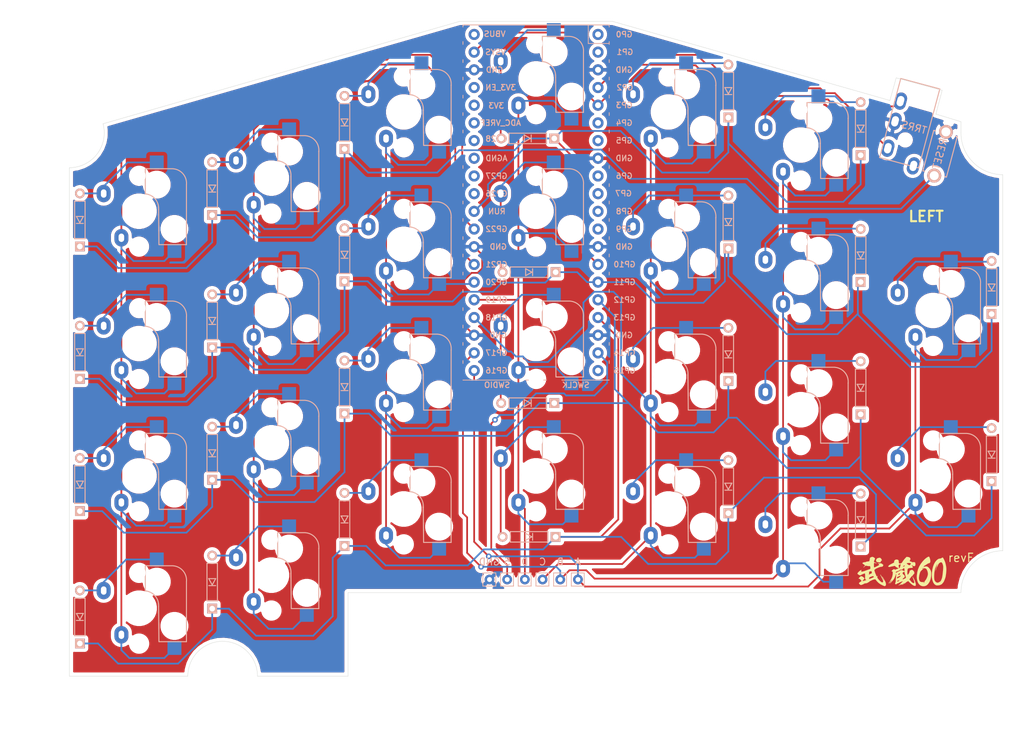
<source format=kicad_pcb>
(kicad_pcb (version 20171130) (host pcbnew 5.1.12)
  (layers (0 F.Cu signal) (31 B.Cu signal) (34 B.Paste user) (35 F.Paste user) (36 B.SilkS user) (37 F.SilkS user) (38 B.Mask user) (39 F.Mask user) (44 Edge.Cuts user))
  (net 0 "")
  (net 1 row2)
  (net 2 "Net-(D_A2-Pad2)")
  (net 3 "Net-(D_A3-Pad2)")
  (net 4 row3)
  (net 5 "Net-(D_B1-Pad2)")
  (net 6 row1)
  (net 7 "Net-(D_B2-Pad2)")
  (net 8 "Net-(D_B3-Pad2)")
  (net 9 row4)
  (net 10 "Net-(D_B4-Pad2)")
  (net 11 "Net-(D_C1-Pad2)")
  (net 12 "Net-(D_C2-Pad2)")
  (net 13 "Net-(D_C3-Pad2)")
  (net 14 "Net-(D_C4-Pad2)")
  (net 15 "Net-(D_D1-Pad2)")
  (net 16 "Net-(D_D2-Pad2)")
  (net 17 "Net-(D_D3-Pad2)")
  (net 18 "Net-(D_D4-Pad2)")
  (net 19 "Net-(D_E1-Pad2)")
  (net 20 "Net-(D_E2-Pad2)")
  (net 21 "Net-(D_E3-Pad2)")
  (net 22 "Net-(D_E4-Pad2)")
  (net 23 "Net-(D_F1-Pad2)")
  (net 24 "Net-(D_F2-Pad2)")
  (net 25 "Net-(D_F3-Pad2)")
  (net 26 "Net-(D_F4-Pad2)")
  (net 27 "Net-(D_G1-Pad2)")
  (net 28 "Net-(D_G2-Pad2)")
  (net 29 "Net-(D_G3-Pad2)")
  (net 30 "Net-(D_G4-Pad2)")
  (net 31 row5)
  (net 32 colA)
  (net 33 colB)
  (net 34 colC)
  (net 35 colD)
  (net 36 data)
  (net 37 GND)
  (net 38 "Net-(J1-PadA)")
  (net 39 colE)
  (net 40 colF)
  (net 41 colG)
  (net 42 RUN)
  (net 43 "Net-(U1-Pad40)")
  (net 44 "Net-(U1-Pad37)")
  (net 45 "Net-(U1-Pad36)")
  (net 46 "Net-(U1-Pad35)")
  (net 47 "Net-(U1-Pad33)")
  (net 48 "Net-(U1-Pad32)")
  (net 49 "Net-(U1-Pad31)")
  (net 50 "Net-(U1-Pad20)")
  (net 51 "Net-(U1-Pad2)")
  (net 52 "Net-(U1-Pad12)")
  (net 53 "Net-(U1-Pad11)")
  (net 54 "Net-(U1-Pad10)")
  (net 55 "Net-(U1-Pad9)")
  (net 56 "Net-(U1-Pad1)")
  (net 57 hand)
  (net 58 scl)
  (net 59 sda)
  (net 60 "Net-(U1-Pad34)")
  (module local:CherryMX_Direct_Hotswap (layer F.Cu) (at 33 99.25 270)
    (fp_text reference SW_G4 hide)
    (fp_text value SW_PUSH hide)
    (pad 2 thru_hole oval (at -2.54 5.08 90) (size 2.5 2) (drill oval 1.2 0.8) (layers *.Cu *.Mask) (net 30 "Net-(D_G4-Pad2)"))
    (pad 1 thru_hole oval (at 3.81 2.54 90) (size 2.5 2) (drill oval 1.2 0.8) (layers *.Cu *.Mask) (net 41 colG))
    (pad "" np_thru_hole circle (at 2.54 -5.08 270) (size 3 3) (drill 3) (layers *.Cu *.Mask))
    (pad "" np_thru_hole circle (at -3.81 -2.54 270) (size 3 3) (drill 3) (layers *.Cu *.Mask))
    (pad 1 smd rect (at 5.7 -5.08 90) (size 2 2) (layers B.Cu B.Paste B.Mask) (net 41 colG))
    (pad "" np_thru_hole circle (at -5.08 0 270) (size 1.9 1.9) (drill 1.9) (layers *.Cu *.Mask))
    (pad "" np_thru_hole circle (at 5.08 0 270) (size 1.9 1.9) (drill 1.9) (layers *.Cu *.Mask))
    (pad "" np_thru_hole circle (at 0 0) (size 4.1 4.1) (drill 4.1) (layers *.Cu *.Mask))
    (pad 2 smd rect (at -7 -2.54 90) (size 2 2) (layers B.Cu B.Paste B.Mask) (net 30 "Net-(D_G4-Pad2)"))
  )
  (module local:CherryMX_Direct_Hotswap (layer F.Cu) (at 33 80.25 270)
    (fp_text reference SW_G3 hide)
    (fp_text value SW_PUSH hide)
    (pad 2 thru_hole oval (at -2.54 5.08 90) (size 2.5 2) (drill oval 1.2 0.8) (layers *.Cu *.Mask) (net 29 "Net-(D_G3-Pad2)"))
    (pad 1 thru_hole oval (at 3.81 2.54 90) (size 2.5 2) (drill oval 1.2 0.8) (layers *.Cu *.Mask) (net 41 colG))
    (pad "" np_thru_hole circle (at 2.54 -5.08 270) (size 3 3) (drill 3) (layers *.Cu *.Mask))
    (pad "" np_thru_hole circle (at -3.81 -2.54 270) (size 3 3) (drill 3) (layers *.Cu *.Mask))
    (pad 1 smd rect (at 5.7 -5.08 90) (size 2 2) (layers B.Cu B.Paste B.Mask) (net 41 colG))
    (pad "" np_thru_hole circle (at -5.08 0 270) (size 1.9 1.9) (drill 1.9) (layers *.Cu *.Mask))
    (pad "" np_thru_hole circle (at 5.08 0 270) (size 1.9 1.9) (drill 1.9) (layers *.Cu *.Mask))
    (pad "" np_thru_hole circle (at 0 0) (size 4.1 4.1) (drill 4.1) (layers *.Cu *.Mask))
    (pad 2 smd rect (at -7 -2.54 90) (size 2 2) (layers B.Cu B.Paste B.Mask) (net 29 "Net-(D_G3-Pad2)"))
  )
  (module local:CherryMX_Direct_Hotswap (layer F.Cu) (at 33 61.25 270)
    (fp_text reference SW_G2 hide)
    (fp_text value SW_PUSH hide)
    (pad 2 thru_hole oval (at -2.54 5.08 90) (size 2.5 2) (drill oval 1.2 0.8) (layers *.Cu *.Mask) (net 28 "Net-(D_G2-Pad2)"))
    (pad 1 thru_hole oval (at 3.81 2.54 90) (size 2.5 2) (drill oval 1.2 0.8) (layers *.Cu *.Mask) (net 41 colG))
    (pad "" np_thru_hole circle (at 2.54 -5.08 270) (size 3 3) (drill 3) (layers *.Cu *.Mask))
    (pad "" np_thru_hole circle (at -3.81 -2.54 270) (size 3 3) (drill 3) (layers *.Cu *.Mask))
    (pad 1 smd rect (at 5.7 -5.08 90) (size 2 2) (layers B.Cu B.Paste B.Mask) (net 41 colG))
    (pad "" np_thru_hole circle (at -5.08 0 270) (size 1.9 1.9) (drill 1.9) (layers *.Cu *.Mask))
    (pad "" np_thru_hole circle (at 5.08 0 270) (size 1.9 1.9) (drill 1.9) (layers *.Cu *.Mask))
    (pad "" np_thru_hole circle (at 0 0) (size 4.1 4.1) (drill 4.1) (layers *.Cu *.Mask))
    (pad 2 smd rect (at -7 -2.54 90) (size 2 2) (layers B.Cu B.Paste B.Mask) (net 28 "Net-(D_G2-Pad2)"))
  )
  (module local:CherryMX_Direct_Hotswap (layer F.Cu) (at 33 42.25 270)
    (fp_text reference SW_G1 hide)
    (fp_text value SW_PUSH hide)
    (pad 2 thru_hole oval (at -2.54 5.08 90) (size 2.5 2) (drill oval 1.2 0.8) (layers *.Cu *.Mask) (net 27 "Net-(D_G1-Pad2)"))
    (pad 1 thru_hole oval (at 3.81 2.54 90) (size 2.5 2) (drill oval 1.2 0.8) (layers *.Cu *.Mask) (net 41 colG))
    (pad "" np_thru_hole circle (at 2.54 -5.08 270) (size 3 3) (drill 3) (layers *.Cu *.Mask))
    (pad "" np_thru_hole circle (at -3.81 -2.54 270) (size 3 3) (drill 3) (layers *.Cu *.Mask))
    (pad 1 smd rect (at 5.7 -5.08 90) (size 2 2) (layers B.Cu B.Paste B.Mask) (net 41 colG))
    (pad "" np_thru_hole circle (at -5.08 0 270) (size 1.9 1.9) (drill 1.9) (layers *.Cu *.Mask))
    (pad "" np_thru_hole circle (at 5.08 0 270) (size 1.9 1.9) (drill 1.9) (layers *.Cu *.Mask))
    (pad "" np_thru_hole circle (at 0 0) (size 4.1 4.1) (drill 4.1) (layers *.Cu *.Mask))
    (pad 2 smd rect (at -7 -2.54 90) (size 2 2) (layers B.Cu B.Paste B.Mask) (net 27 "Net-(D_G1-Pad2)"))
  )
  (module local:CherryMX_Direct_Hotswap (layer F.Cu) (at 52 94.5 270)
    (fp_text reference SW_F4 hide)
    (fp_text value SW_PUSH hide)
    (pad 2 thru_hole oval (at -2.54 5.08 90) (size 2.5 2) (drill oval 1.2 0.8) (layers *.Cu *.Mask) (net 26 "Net-(D_F4-Pad2)"))
    (pad 1 thru_hole oval (at 3.81 2.54 90) (size 2.5 2) (drill oval 1.2 0.8) (layers *.Cu *.Mask) (net 40 colF))
    (pad "" np_thru_hole circle (at 2.54 -5.08 270) (size 3 3) (drill 3) (layers *.Cu *.Mask))
    (pad "" np_thru_hole circle (at -3.81 -2.54 270) (size 3 3) (drill 3) (layers *.Cu *.Mask))
    (pad 1 smd rect (at 5.7 -5.08 90) (size 2 2) (layers B.Cu B.Paste B.Mask) (net 40 colF))
    (pad "" np_thru_hole circle (at -5.08 0 270) (size 1.9 1.9) (drill 1.9) (layers *.Cu *.Mask))
    (pad "" np_thru_hole circle (at 5.08 0 270) (size 1.9 1.9) (drill 1.9) (layers *.Cu *.Mask))
    (pad "" np_thru_hole circle (at 0 0) (size 4.1 4.1) (drill 4.1) (layers *.Cu *.Mask))
    (pad 2 smd rect (at -7 -2.54 90) (size 2 2) (layers B.Cu B.Paste B.Mask) (net 26 "Net-(D_F4-Pad2)"))
  )
  (module local:CherryMX_Direct_Hotswap (layer F.Cu) (at 52 75.5 270)
    (fp_text reference SW_F3 hide)
    (fp_text value SW_PUSH hide)
    (pad 2 thru_hole oval (at -2.54 5.08 90) (size 2.5 2) (drill oval 1.2 0.8) (layers *.Cu *.Mask) (net 25 "Net-(D_F3-Pad2)"))
    (pad 1 thru_hole oval (at 3.81 2.54 90) (size 2.5 2) (drill oval 1.2 0.8) (layers *.Cu *.Mask) (net 40 colF))
    (pad "" np_thru_hole circle (at 2.54 -5.08 270) (size 3 3) (drill 3) (layers *.Cu *.Mask))
    (pad "" np_thru_hole circle (at -3.81 -2.54 270) (size 3 3) (drill 3) (layers *.Cu *.Mask))
    (pad 1 smd rect (at 5.7 -5.08 90) (size 2 2) (layers B.Cu B.Paste B.Mask) (net 40 colF))
    (pad "" np_thru_hole circle (at -5.08 0 270) (size 1.9 1.9) (drill 1.9) (layers *.Cu *.Mask))
    (pad "" np_thru_hole circle (at 5.08 0 270) (size 1.9 1.9) (drill 1.9) (layers *.Cu *.Mask))
    (pad "" np_thru_hole circle (at 0 0) (size 4.1 4.1) (drill 4.1) (layers *.Cu *.Mask))
    (pad 2 smd rect (at -7 -2.54 90) (size 2 2) (layers B.Cu B.Paste B.Mask) (net 25 "Net-(D_F3-Pad2)"))
  )
  (module local:CherryMX_Direct_Hotswap (layer F.Cu) (at 52 56.5 270)
    (fp_text reference SW_F2 hide)
    (fp_text value SW_PUSH hide)
    (pad 2 thru_hole oval (at -2.54 5.08 90) (size 2.5 2) (drill oval 1.2 0.8) (layers *.Cu *.Mask) (net 24 "Net-(D_F2-Pad2)"))
    (pad 1 thru_hole oval (at 3.81 2.54 90) (size 2.5 2) (drill oval 1.2 0.8) (layers *.Cu *.Mask) (net 40 colF))
    (pad "" np_thru_hole circle (at 2.54 -5.08 270) (size 3 3) (drill 3) (layers *.Cu *.Mask))
    (pad "" np_thru_hole circle (at -3.81 -2.54 270) (size 3 3) (drill 3) (layers *.Cu *.Mask))
    (pad 1 smd rect (at 5.7 -5.08 90) (size 2 2) (layers B.Cu B.Paste B.Mask) (net 40 colF))
    (pad "" np_thru_hole circle (at -5.08 0 270) (size 1.9 1.9) (drill 1.9) (layers *.Cu *.Mask))
    (pad "" np_thru_hole circle (at 5.08 0 270) (size 1.9 1.9) (drill 1.9) (layers *.Cu *.Mask))
    (pad "" np_thru_hole circle (at 0 0) (size 4.1 4.1) (drill 4.1) (layers *.Cu *.Mask))
    (pad 2 smd rect (at -7 -2.54 90) (size 2 2) (layers B.Cu B.Paste B.Mask) (net 24 "Net-(D_F2-Pad2)"))
  )
  (module local:CherryMX_Direct_Hotswap (layer F.Cu) (at 52 37.5 270)
    (fp_text reference SW_F1 hide)
    (fp_text value SW_PUSH hide)
    (pad 2 thru_hole oval (at -2.54 5.08 90) (size 2.5 2) (drill oval 1.2 0.8) (layers *.Cu *.Mask) (net 23 "Net-(D_F1-Pad2)"))
    (pad 1 thru_hole oval (at 3.81 2.54 90) (size 2.5 2) (drill oval 1.2 0.8) (layers *.Cu *.Mask) (net 40 colF))
    (pad "" np_thru_hole circle (at 2.54 -5.08 270) (size 3 3) (drill 3) (layers *.Cu *.Mask))
    (pad "" np_thru_hole circle (at -3.81 -2.54 270) (size 3 3) (drill 3) (layers *.Cu *.Mask))
    (pad 1 smd rect (at 5.7 -5.08 90) (size 2 2) (layers B.Cu B.Paste B.Mask) (net 40 colF))
    (pad "" np_thru_hole circle (at -5.08 0 270) (size 1.9 1.9) (drill 1.9) (layers *.Cu *.Mask))
    (pad "" np_thru_hole circle (at 5.08 0 270) (size 1.9 1.9) (drill 1.9) (layers *.Cu *.Mask))
    (pad "" np_thru_hole circle (at 0 0) (size 4.1 4.1) (drill 4.1) (layers *.Cu *.Mask))
    (pad 2 smd rect (at -7 -2.54 90) (size 2 2) (layers B.Cu B.Paste B.Mask) (net 23 "Net-(D_F1-Pad2)"))
  )
  (module local:CherryMX_Direct_Hotswap (layer F.Cu) (at 71 85 270)
    (fp_text reference SW_E4 hide)
    (fp_text value SW_PUSH hide)
    (pad 2 thru_hole oval (at -2.54 5.08 90) (size 2.5 2) (drill oval 1.2 0.8) (layers *.Cu *.Mask) (net 22 "Net-(D_E4-Pad2)"))
    (pad 1 thru_hole oval (at 3.81 2.54 90) (size 2.5 2) (drill oval 1.2 0.8) (layers *.Cu *.Mask) (net 39 colE))
    (pad "" np_thru_hole circle (at 2.54 -5.08 270) (size 3 3) (drill 3) (layers *.Cu *.Mask))
    (pad "" np_thru_hole circle (at -3.81 -2.54 270) (size 3 3) (drill 3) (layers *.Cu *.Mask))
    (pad 1 smd rect (at 5.7 -5.08 90) (size 2 2) (layers B.Cu B.Paste B.Mask) (net 39 colE))
    (pad "" np_thru_hole circle (at -5.08 0 270) (size 1.9 1.9) (drill 1.9) (layers *.Cu *.Mask))
    (pad "" np_thru_hole circle (at 5.08 0 270) (size 1.9 1.9) (drill 1.9) (layers *.Cu *.Mask))
    (pad "" np_thru_hole circle (at 0 0) (size 4.1 4.1) (drill 4.1) (layers *.Cu *.Mask))
    (pad 2 smd rect (at -7 -2.54 90) (size 2 2) (layers B.Cu B.Paste B.Mask) (net 22 "Net-(D_E4-Pad2)"))
  )
  (module local:CherryMX_Direct_Hotswap (layer F.Cu) (at 71 66 270)
    (fp_text reference SW_E3 hide)
    (fp_text value SW_PUSH hide)
    (pad 2 thru_hole oval (at -2.54 5.08 90) (size 2.5 2) (drill oval 1.2 0.8) (layers *.Cu *.Mask) (net 21 "Net-(D_E3-Pad2)"))
    (pad 1 thru_hole oval (at 3.81 2.54 90) (size 2.5 2) (drill oval 1.2 0.8) (layers *.Cu *.Mask) (net 39 colE))
    (pad "" np_thru_hole circle (at 2.54 -5.08 270) (size 3 3) (drill 3) (layers *.Cu *.Mask))
    (pad "" np_thru_hole circle (at -3.81 -2.54 270) (size 3 3) (drill 3) (layers *.Cu *.Mask))
    (pad 1 smd rect (at 5.7 -5.08 90) (size 2 2) (layers B.Cu B.Paste B.Mask) (net 39 colE))
    (pad "" np_thru_hole circle (at -5.08 0 270) (size 1.9 1.9) (drill 1.9) (layers *.Cu *.Mask))
    (pad "" np_thru_hole circle (at 5.08 0 270) (size 1.9 1.9) (drill 1.9) (layers *.Cu *.Mask))
    (pad "" np_thru_hole circle (at 0 0) (size 4.1 4.1) (drill 4.1) (layers *.Cu *.Mask))
    (pad 2 smd rect (at -7 -2.54 90) (size 2 2) (layers B.Cu B.Paste B.Mask) (net 21 "Net-(D_E3-Pad2)"))
  )
  (module local:CherryMX_Direct_Hotswap (layer F.Cu) (at 71 47 270)
    (fp_text reference SW_E2 hide)
    (fp_text value SW_PUSH hide)
    (pad 2 thru_hole oval (at -2.54 5.08 90) (size 2.5 2) (drill oval 1.2 0.8) (layers *.Cu *.Mask) (net 20 "Net-(D_E2-Pad2)"))
    (pad 1 thru_hole oval (at 3.81 2.54 90) (size 2.5 2) (drill oval 1.2 0.8) (layers *.Cu *.Mask) (net 39 colE))
    (pad "" np_thru_hole circle (at 2.54 -5.08 270) (size 3 3) (drill 3) (layers *.Cu *.Mask))
    (pad "" np_thru_hole circle (at -3.81 -2.54 270) (size 3 3) (drill 3) (layers *.Cu *.Mask))
    (pad 1 smd rect (at 5.7 -5.08 90) (size 2 2) (layers B.Cu B.Paste B.Mask) (net 39 colE))
    (pad "" np_thru_hole circle (at -5.08 0 270) (size 1.9 1.9) (drill 1.9) (layers *.Cu *.Mask))
    (pad "" np_thru_hole circle (at 5.08 0 270) (size 1.9 1.9) (drill 1.9) (layers *.Cu *.Mask))
    (pad "" np_thru_hole circle (at 0 0) (size 4.1 4.1) (drill 4.1) (layers *.Cu *.Mask))
    (pad 2 smd rect (at -7 -2.54 90) (size 2 2) (layers B.Cu B.Paste B.Mask) (net 20 "Net-(D_E2-Pad2)"))
  )
  (module local:CherryMX_Direct_Hotswap (layer F.Cu) (at 71 28 270)
    (fp_text reference SW_E1 hide)
    (fp_text value SW_PUSH hide)
    (pad 2 thru_hole oval (at -2.54 5.08 90) (size 2.5 2) (drill oval 1.2 0.8) (layers *.Cu *.Mask) (net 19 "Net-(D_E1-Pad2)"))
    (pad 1 thru_hole oval (at 3.81 2.54 90) (size 2.5 2) (drill oval 1.2 0.8) (layers *.Cu *.Mask) (net 39 colE))
    (pad "" np_thru_hole circle (at 2.54 -5.08 270) (size 3 3) (drill 3) (layers *.Cu *.Mask))
    (pad "" np_thru_hole circle (at -3.81 -2.54 270) (size 3 3) (drill 3) (layers *.Cu *.Mask))
    (pad 1 smd rect (at 5.7 -5.08 90) (size 2 2) (layers B.Cu B.Paste B.Mask) (net 39 colE))
    (pad "" np_thru_hole circle (at -5.08 0 270) (size 1.9 1.9) (drill 1.9) (layers *.Cu *.Mask))
    (pad "" np_thru_hole circle (at 5.08 0 270) (size 1.9 1.9) (drill 1.9) (layers *.Cu *.Mask))
    (pad "" np_thru_hole circle (at 0 0) (size 4.1 4.1) (drill 4.1) (layers *.Cu *.Mask))
    (pad 2 smd rect (at -7 -2.54 90) (size 2 2) (layers B.Cu B.Paste B.Mask) (net 19 "Net-(D_E1-Pad2)"))
  )
  (module local:CherryMX_Direct_Hotswap (layer F.Cu) (at 90 80.25 270)
    (fp_text reference SW_D4 hide)
    (fp_text value SW_PUSH hide)
    (pad 2 thru_hole oval (at -2.54 5.08 90) (size 2.5 2) (drill oval 1.2 0.8) (layers *.Cu *.Mask) (net 18 "Net-(D_D4-Pad2)"))
    (pad 1 thru_hole oval (at 3.81 2.54 90) (size 2.5 2) (drill oval 1.2 0.8) (layers *.Cu *.Mask) (net 35 colD))
    (pad "" np_thru_hole circle (at 2.54 -5.08 270) (size 3 3) (drill 3) (layers *.Cu *.Mask))
    (pad "" np_thru_hole circle (at -3.81 -2.54 270) (size 3 3) (drill 3) (layers *.Cu *.Mask))
    (pad 1 smd rect (at 5.7 -5.08 90) (size 2 2) (layers B.Cu B.Paste B.Mask) (net 35 colD))
    (pad "" np_thru_hole circle (at -5.08 0 270) (size 1.9 1.9) (drill 1.9) (layers *.Cu *.Mask))
    (pad "" np_thru_hole circle (at 5.08 0 270) (size 1.9 1.9) (drill 1.9) (layers *.Cu *.Mask))
    (pad "" np_thru_hole circle (at 0 0) (size 4.1 4.1) (drill 4.1) (layers *.Cu *.Mask))
    (pad 2 smd rect (at -7 -2.54 90) (size 2 2) (layers B.Cu B.Paste B.Mask) (net 18 "Net-(D_D4-Pad2)"))
  )
  (module local:CherryMX_Direct_Hotswap (layer F.Cu) (at 90 61.25 270)
    (fp_text reference SW_D3 hide)
    (fp_text value SW_PUSH hide)
    (pad 2 thru_hole oval (at -2.54 5.08 90) (size 2.5 2) (drill oval 1.2 0.8) (layers *.Cu *.Mask) (net 17 "Net-(D_D3-Pad2)"))
    (pad 1 thru_hole oval (at 3.81 2.54 90) (size 2.5 2) (drill oval 1.2 0.8) (layers *.Cu *.Mask) (net 35 colD))
    (pad "" np_thru_hole circle (at 2.54 -5.08 270) (size 3 3) (drill 3) (layers *.Cu *.Mask))
    (pad "" np_thru_hole circle (at -3.81 -2.54 270) (size 3 3) (drill 3) (layers *.Cu *.Mask))
    (pad 1 smd rect (at 5.7 -5.08 90) (size 2 2) (layers B.Cu B.Paste B.Mask) (net 35 colD))
    (pad "" np_thru_hole circle (at -5.08 0 270) (size 1.9 1.9) (drill 1.9) (layers *.Cu *.Mask))
    (pad "" np_thru_hole circle (at 5.08 0 270) (size 1.9 1.9) (drill 1.9) (layers *.Cu *.Mask))
    (pad "" np_thru_hole circle (at 0 0) (size 4.1 4.1) (drill 4.1) (layers *.Cu *.Mask))
    (pad 2 smd rect (at -7 -2.54 90) (size 2 2) (layers B.Cu B.Paste B.Mask) (net 17 "Net-(D_D3-Pad2)"))
  )
  (module local:CherryMX_Direct_Hotswap (layer F.Cu) (at 90 42.25 270)
    (fp_text reference SW_D2 hide)
    (fp_text value SW_PUSH hide)
    (pad 2 thru_hole oval (at -2.54 5.08 90) (size 2.5 2) (drill oval 1.2 0.8) (layers *.Cu *.Mask) (net 16 "Net-(D_D2-Pad2)"))
    (pad 1 thru_hole oval (at 3.81 2.54 90) (size 2.5 2) (drill oval 1.2 0.8) (layers *.Cu *.Mask) (net 35 colD))
    (pad "" np_thru_hole circle (at 2.54 -5.08 270) (size 3 3) (drill 3) (layers *.Cu *.Mask))
    (pad "" np_thru_hole circle (at -3.81 -2.54 270) (size 3 3) (drill 3) (layers *.Cu *.Mask))
    (pad 1 smd rect (at 5.7 -5.08 90) (size 2 2) (layers B.Cu B.Paste B.Mask) (net 35 colD))
    (pad "" np_thru_hole circle (at -5.08 0 270) (size 1.9 1.9) (drill 1.9) (layers *.Cu *.Mask))
    (pad "" np_thru_hole circle (at 5.08 0 270) (size 1.9 1.9) (drill 1.9) (layers *.Cu *.Mask))
    (pad "" np_thru_hole circle (at 0 0) (size 4.1 4.1) (drill 4.1) (layers *.Cu *.Mask))
    (pad 2 smd rect (at -7 -2.54 90) (size 2 2) (layers B.Cu B.Paste B.Mask) (net 16 "Net-(D_D2-Pad2)"))
  )
  (module local:CherryMX_Direct_Hotswap (layer F.Cu) (at 90 23.25 270)
    (fp_text reference SW_D1 hide)
    (fp_text value SW_PUSH hide)
    (pad 2 thru_hole oval (at -2.54 5.08 90) (size 2.5 2) (drill oval 1.2 0.8) (layers *.Cu *.Mask) (net 15 "Net-(D_D1-Pad2)"))
    (pad 1 thru_hole oval (at 3.81 2.54 90) (size 2.5 2) (drill oval 1.2 0.8) (layers *.Cu *.Mask) (net 35 colD))
    (pad "" np_thru_hole circle (at 2.54 -5.08 270) (size 3 3) (drill 3) (layers *.Cu *.Mask))
    (pad "" np_thru_hole circle (at -3.81 -2.54 270) (size 3 3) (drill 3) (layers *.Cu *.Mask))
    (pad 1 smd rect (at 5.7 -5.08 90) (size 2 2) (layers B.Cu B.Paste B.Mask) (net 35 colD))
    (pad "" np_thru_hole circle (at -5.08 0 270) (size 1.9 1.9) (drill 1.9) (layers *.Cu *.Mask))
    (pad "" np_thru_hole circle (at 5.08 0 270) (size 1.9 1.9) (drill 1.9) (layers *.Cu *.Mask))
    (pad "" np_thru_hole circle (at 0 0) (size 4.1 4.1) (drill 4.1) (layers *.Cu *.Mask))
    (pad 2 smd rect (at -7 -2.54 90) (size 2 2) (layers B.Cu B.Paste B.Mask) (net 15 "Net-(D_D1-Pad2)"))
  )
  (module local:CherryMX_Direct_Hotswap (layer F.Cu) (at 109 85 270)
    (fp_text reference SW_C4 hide)
    (fp_text value SW_PUSH hide)
    (pad 2 thru_hole oval (at -2.54 5.08 90) (size 2.5 2) (drill oval 1.2 0.8) (layers *.Cu *.Mask) (net 14 "Net-(D_C4-Pad2)"))
    (pad 1 thru_hole oval (at 3.81 2.54 90) (size 2.5 2) (drill oval 1.2 0.8) (layers *.Cu *.Mask) (net 34 colC))
    (pad "" np_thru_hole circle (at 2.54 -5.08 270) (size 3 3) (drill 3) (layers *.Cu *.Mask))
    (pad "" np_thru_hole circle (at -3.81 -2.54 270) (size 3 3) (drill 3) (layers *.Cu *.Mask))
    (pad 1 smd rect (at 5.7 -5.08 90) (size 2 2) (layers B.Cu B.Paste B.Mask) (net 34 colC))
    (pad "" np_thru_hole circle (at -5.08 0 270) (size 1.9 1.9) (drill 1.9) (layers *.Cu *.Mask))
    (pad "" np_thru_hole circle (at 5.08 0 270) (size 1.9 1.9) (drill 1.9) (layers *.Cu *.Mask))
    (pad "" np_thru_hole circle (at 0 0) (size 4.1 4.1) (drill 4.1) (layers *.Cu *.Mask))
    (pad 2 smd rect (at -7 -2.54 90) (size 2 2) (layers B.Cu B.Paste B.Mask) (net 14 "Net-(D_C4-Pad2)"))
  )
  (module local:CherryMX_Direct_Hotswap (layer F.Cu) (at 109 66 270)
    (fp_text reference SW_C3 hide)
    (fp_text value SW_PUSH hide)
    (pad 2 thru_hole oval (at -2.54 5.08 90) (size 2.5 2) (drill oval 1.2 0.8) (layers *.Cu *.Mask) (net 13 "Net-(D_C3-Pad2)"))
    (pad 1 thru_hole oval (at 3.81 2.54 90) (size 2.5 2) (drill oval 1.2 0.8) (layers *.Cu *.Mask) (net 34 colC))
    (pad "" np_thru_hole circle (at 2.54 -5.08 270) (size 3 3) (drill 3) (layers *.Cu *.Mask))
    (pad "" np_thru_hole circle (at -3.81 -2.54 270) (size 3 3) (drill 3) (layers *.Cu *.Mask))
    (pad 1 smd rect (at 5.7 -5.08 90) (size 2 2) (layers B.Cu B.Paste B.Mask) (net 34 colC))
    (pad "" np_thru_hole circle (at -5.08 0 270) (size 1.9 1.9) (drill 1.9) (layers *.Cu *.Mask))
    (pad "" np_thru_hole circle (at 5.08 0 270) (size 1.9 1.9) (drill 1.9) (layers *.Cu *.Mask))
    (pad "" np_thru_hole circle (at 0 0) (size 4.1 4.1) (drill 4.1) (layers *.Cu *.Mask))
    (pad 2 smd rect (at -7 -2.54 90) (size 2 2) (layers B.Cu B.Paste B.Mask) (net 13 "Net-(D_C3-Pad2)"))
  )
  (module local:CherryMX_Direct_Hotswap (layer F.Cu) (at 109 47 270)
    (fp_text reference SW_C2 hide)
    (fp_text value SW_PUSH hide)
    (pad 2 thru_hole oval (at -2.54 5.08 90) (size 2.5 2) (drill oval 1.2 0.8) (layers *.Cu *.Mask) (net 12 "Net-(D_C2-Pad2)"))
    (pad 1 thru_hole oval (at 3.81 2.54 90) (size 2.5 2) (drill oval 1.2 0.8) (layers *.Cu *.Mask) (net 34 colC))
    (pad "" np_thru_hole circle (at 2.54 -5.08 270) (size 3 3) (drill 3) (layers *.Cu *.Mask))
    (pad "" np_thru_hole circle (at -3.81 -2.54 270) (size 3 3) (drill 3) (layers *.Cu *.Mask))
    (pad 1 smd rect (at 5.7 -5.08 90) (size 2 2) (layers B.Cu B.Paste B.Mask) (net 34 colC))
    (pad "" np_thru_hole circle (at -5.08 0 270) (size 1.9 1.9) (drill 1.9) (layers *.Cu *.Mask))
    (pad "" np_thru_hole circle (at 5.08 0 270) (size 1.9 1.9) (drill 1.9) (layers *.Cu *.Mask))
    (pad "" np_thru_hole circle (at 0 0) (size 4.1 4.1) (drill 4.1) (layers *.Cu *.Mask))
    (pad 2 smd rect (at -7 -2.54 90) (size 2 2) (layers B.Cu B.Paste B.Mask) (net 12 "Net-(D_C2-Pad2)"))
  )
  (module local:CherryMX_Direct_Hotswap (layer F.Cu) (at 109 28 270)
    (fp_text reference SW_C1 hide)
    (fp_text value SW_PUSH hide)
    (pad 2 thru_hole oval (at -2.54 5.08 90) (size 2.5 2) (drill oval 1.2 0.8) (layers *.Cu *.Mask) (net 11 "Net-(D_C1-Pad2)"))
    (pad 1 thru_hole oval (at 3.81 2.54 90) (size 2.5 2) (drill oval 1.2 0.8) (layers *.Cu *.Mask) (net 34 colC))
    (pad "" np_thru_hole circle (at 2.54 -5.08 270) (size 3 3) (drill 3) (layers *.Cu *.Mask))
    (pad "" np_thru_hole circle (at -3.81 -2.54 270) (size 3 3) (drill 3) (layers *.Cu *.Mask))
    (pad 1 smd rect (at 5.7 -5.08 90) (size 2 2) (layers B.Cu B.Paste B.Mask) (net 34 colC))
    (pad "" np_thru_hole circle (at -5.08 0 270) (size 1.9 1.9) (drill 1.9) (layers *.Cu *.Mask))
    (pad "" np_thru_hole circle (at 5.08 0 270) (size 1.9 1.9) (drill 1.9) (layers *.Cu *.Mask))
    (pad "" np_thru_hole circle (at 0 0) (size 4.1 4.1) (drill 4.1) (layers *.Cu *.Mask))
    (pad 2 smd rect (at -7 -2.54 90) (size 2 2) (layers B.Cu B.Paste B.Mask) (net 11 "Net-(D_C1-Pad2)"))
  )
  (module local:CherryMX_Direct_Hotswap (layer F.Cu) (at 128 89.75 270)
    (fp_text reference SW_B4 hide)
    (fp_text value SW_PUSH hide)
    (pad 2 thru_hole oval (at -2.54 5.08 90) (size 2.5 2) (drill oval 1.2 0.8) (layers *.Cu *.Mask) (net 10 "Net-(D_B4-Pad2)"))
    (pad 1 thru_hole oval (at 3.81 2.54 90) (size 2.5 2) (drill oval 1.2 0.8) (layers *.Cu *.Mask) (net 33 colB))
    (pad "" np_thru_hole circle (at 2.54 -5.08 270) (size 3 3) (drill 3) (layers *.Cu *.Mask))
    (pad "" np_thru_hole circle (at -3.81 -2.54 270) (size 3 3) (drill 3) (layers *.Cu *.Mask))
    (pad 1 smd rect (at 5.7 -5.08 90) (size 2 2) (layers B.Cu B.Paste B.Mask) (net 33 colB))
    (pad "" np_thru_hole circle (at -5.08 0 270) (size 1.9 1.9) (drill 1.9) (layers *.Cu *.Mask))
    (pad "" np_thru_hole circle (at 5.08 0 270) (size 1.9 1.9) (drill 1.9) (layers *.Cu *.Mask))
    (pad "" np_thru_hole circle (at 0 0) (size 4.1 4.1) (drill 4.1) (layers *.Cu *.Mask))
    (pad 2 smd rect (at -7 -2.54 90) (size 2 2) (layers B.Cu B.Paste B.Mask) (net 10 "Net-(D_B4-Pad2)"))
  )
  (module local:CherryMX_Direct_Hotswap (layer F.Cu) (at 128 70.75 270)
    (fp_text reference SW_B3 hide)
    (fp_text value SW_PUSH hide)
    (pad 2 thru_hole oval (at -2.54 5.08 90) (size 2.5 2) (drill oval 1.2 0.8) (layers *.Cu *.Mask) (net 8 "Net-(D_B3-Pad2)"))
    (pad 1 thru_hole oval (at 3.81 2.54 90) (size 2.5 2) (drill oval 1.2 0.8) (layers *.Cu *.Mask) (net 33 colB))
    (pad "" np_thru_hole circle (at 2.54 -5.08 270) (size 3 3) (drill 3) (layers *.Cu *.Mask))
    (pad "" np_thru_hole circle (at -3.81 -2.54 270) (size 3 3) (drill 3) (layers *.Cu *.Mask))
    (pad 1 smd rect (at 5.7 -5.08 90) (size 2 2) (layers B.Cu B.Paste B.Mask) (net 33 colB))
    (pad "" np_thru_hole circle (at -5.08 0 270) (size 1.9 1.9) (drill 1.9) (layers *.Cu *.Mask))
    (pad "" np_thru_hole circle (at 5.08 0 270) (size 1.9 1.9) (drill 1.9) (layers *.Cu *.Mask))
    (pad "" np_thru_hole circle (at 0 0) (size 4.1 4.1) (drill 4.1) (layers *.Cu *.Mask))
    (pad 2 smd rect (at -7 -2.54 90) (size 2 2) (layers B.Cu B.Paste B.Mask) (net 8 "Net-(D_B3-Pad2)"))
  )
  (module local:CherryMX_Direct_Hotswap (layer F.Cu) (at 128 51.75 270)
    (fp_text reference SW_B2 hide)
    (fp_text value SW_PUSH hide)
    (pad 2 thru_hole oval (at -2.54 5.08 90) (size 2.5 2) (drill oval 1.2 0.8) (layers *.Cu *.Mask) (net 7 "Net-(D_B2-Pad2)"))
    (pad 1 thru_hole oval (at 3.81 2.54 90) (size 2.5 2) (drill oval 1.2 0.8) (layers *.Cu *.Mask) (net 33 colB))
    (pad "" np_thru_hole circle (at 2.54 -5.08 270) (size 3 3) (drill 3) (layers *.Cu *.Mask))
    (pad "" np_thru_hole circle (at -3.81 -2.54 270) (size 3 3) (drill 3) (layers *.Cu *.Mask))
    (pad 1 smd rect (at 5.7 -5.08 90) (size 2 2) (layers B.Cu B.Paste B.Mask) (net 33 colB))
    (pad "" np_thru_hole circle (at -5.08 0 270) (size 1.9 1.9) (drill 1.9) (layers *.Cu *.Mask))
    (pad "" np_thru_hole circle (at 5.08 0 270) (size 1.9 1.9) (drill 1.9) (layers *.Cu *.Mask))
    (pad "" np_thru_hole circle (at 0 0) (size 4.1 4.1) (drill 4.1) (layers *.Cu *.Mask))
    (pad 2 smd rect (at -7 -2.54 90) (size 2 2) (layers B.Cu B.Paste B.Mask) (net 7 "Net-(D_B2-Pad2)"))
  )
  (module local:CherryMX_Direct_Hotswap (layer F.Cu) (at 128 32.75 270)
    (fp_text reference SW_B1 hide)
    (fp_text value SW_PUSH hide)
    (pad 2 thru_hole oval (at -2.54 5.08 90) (size 2.5 2) (drill oval 1.2 0.8) (layers *.Cu *.Mask) (net 5 "Net-(D_B1-Pad2)"))
    (pad 1 thru_hole oval (at 3.81 2.54 90) (size 2.5 2) (drill oval 1.2 0.8) (layers *.Cu *.Mask) (net 33 colB))
    (pad "" np_thru_hole circle (at 2.54 -5.08 270) (size 3 3) (drill 3) (layers *.Cu *.Mask))
    (pad "" np_thru_hole circle (at -3.81 -2.54 270) (size 3 3) (drill 3) (layers *.Cu *.Mask))
    (pad 1 smd rect (at 5.7 -5.08 90) (size 2 2) (layers B.Cu B.Paste B.Mask) (net 33 colB))
    (pad "" np_thru_hole circle (at -5.08 0 270) (size 1.9 1.9) (drill 1.9) (layers *.Cu *.Mask))
    (pad "" np_thru_hole circle (at 5.08 0 270) (size 1.9 1.9) (drill 1.9) (layers *.Cu *.Mask))
    (pad "" np_thru_hole circle (at 0 0) (size 4.1 4.1) (drill 4.1) (layers *.Cu *.Mask))
    (pad 2 smd rect (at -7 -2.54 90) (size 2 2) (layers B.Cu B.Paste B.Mask) (net 5 "Net-(D_B1-Pad2)"))
  )
  (module local:CherryMX_Direct_Hotswap (layer F.Cu) (at 147 80.25 270)
    (fp_text reference SW_A3 hide)
    (fp_text value SW_PUSH hide)
    (pad 2 thru_hole oval (at -2.54 5.08 90) (size 2.5 2) (drill oval 1.2 0.8) (layers *.Cu *.Mask) (net 3 "Net-(D_A3-Pad2)"))
    (pad 1 thru_hole oval (at 3.81 2.54 90) (size 2.5 2) (drill oval 1.2 0.8) (layers *.Cu *.Mask) (net 32 colA))
    (pad "" np_thru_hole circle (at 2.54 -5.08 270) (size 3 3) (drill 3) (layers *.Cu *.Mask))
    (pad "" np_thru_hole circle (at -3.81 -2.54 270) (size 3 3) (drill 3) (layers *.Cu *.Mask))
    (pad 1 smd rect (at 5.7 -5.08 90) (size 2 2) (layers B.Cu B.Paste B.Mask) (net 32 colA))
    (pad "" np_thru_hole circle (at -5.08 0 270) (size 1.9 1.9) (drill 1.9) (layers *.Cu *.Mask))
    (pad "" np_thru_hole circle (at 5.08 0 270) (size 1.9 1.9) (drill 1.9) (layers *.Cu *.Mask))
    (pad "" np_thru_hole circle (at 0 0) (size 4.1 4.1) (drill 4.1) (layers *.Cu *.Mask))
    (pad 2 smd rect (at -7 -2.54 90) (size 2 2) (layers B.Cu B.Paste B.Mask) (net 3 "Net-(D_A3-Pad2)"))
  )
  (module local:CherryMX_Direct_Hotswap (layer F.Cu) (at 147 56.5 270)
    (fp_text reference SW_A2 hide)
    (fp_text value SW_PUSH hide)
    (pad 2 thru_hole oval (at -2.54 5.08 90) (size 2.5 2) (drill oval 1.2 0.8) (layers *.Cu *.Mask) (net 2 "Net-(D_A2-Pad2)"))
    (pad 1 thru_hole oval (at 3.81 2.54 90) (size 2.5 2) (drill oval 1.2 0.8) (layers *.Cu *.Mask) (net 32 colA))
    (pad "" np_thru_hole circle (at 2.54 -5.08 270) (size 3 3) (drill 3) (layers *.Cu *.Mask))
    (pad "" np_thru_hole circle (at -3.81 -2.54 270) (size 3 3) (drill 3) (layers *.Cu *.Mask))
    (pad 1 smd rect (at 5.7 -5.08 90) (size 2 2) (layers B.Cu B.Paste B.Mask) (net 32 colA))
    (pad "" np_thru_hole circle (at -5.08 0 270) (size 1.9 1.9) (drill 1.9) (layers *.Cu *.Mask))
    (pad "" np_thru_hole circle (at 5.08 0 270) (size 1.9 1.9) (drill 1.9) (layers *.Cu *.Mask))
    (pad "" np_thru_hole circle (at 0 0) (size 4.1 4.1) (drill 4.1) (layers *.Cu *.Mask))
    (pad 2 smd rect (at -7 -2.54 90) (size 2 2) (layers B.Cu B.Paste B.Mask) (net 2 "Net-(D_A2-Pad2)"))
  )
  (module local:musashi60-silk-768 (layer F.Cu) (at 142.5 94)
    (fp_text reference G*** hide)
    (fp_text value LOGO hide)
  )
  (module local:MJ-4PP-9 (layer B.Cu) (at 145.2 23.8 165)
    (fp_text reference J1)
    (fp_text value MJ-4PP-9 hide)
    (fp_text user TRRS (at -0.75 -6.45 165) (layer B.SilkS) (effects (justify mirror)))
    (pad A thru_hole oval (at -2.1 -11.8 165) (size 1.7 2.5) (drill oval 1 1.5) (layers *.Cu F.Mask) (net 38 "Net-(J1-PadA)") (clearance 0.15))
    (pad D thru_hole oval (at 2.1 -10.3 165) (size 1.7 2.5) (drill oval 1 1.5) (layers *.Cu F.Mask) (net 57 hand) (clearance 0.15))
    (pad C thru_hole oval (at 2.1 -6.3 165) (size 1.7 2.5) (drill oval 1 1.5) (layers *.Cu F.Mask) (net 37 GND))
    (pad B thru_hole oval (at 2.1 -3.3 165) (size 1.7 2.5) (drill oval 1 1.5) (layers *.Cu F.Mask) (net 36 data))
    (pad "" np_thru_hole circle (at 0 -8.5 165) (size 1.2 1.2) (drill 1.2) (layers *.Cu *.Mask))
    (pad "" np_thru_hole circle (at 0 -1.5 165) (size 1.2 1.2) (drill 1.2) (layers *.Cu *.Mask))
  )
  (module local:RPi_Pico_TH (layer B.Cu) (at 90 41 180)
    (fp_text reference U1 (at 0 0) (layer B.SilkS) (effects (justify mirror)))
    (fp_text value Pico)
    (fp_text user SWDIO (at 5.6 -26.2) (layer B.SilkS) (effects (font (size 0.8 0.8)) (justify mirror)))
    (fp_text user SWCLK (at -5.7 -26.2) (layer B.SilkS) (effects (font (size 0.8 0.8)) (justify mirror)))
    (fp_text user AGND (at 5.688 6.35) (layer B.SilkS) (effects (font (size 0.8 0.8)) (justify mirror)))
    (fp_text user GND (at 5.969 19.05) (layer B.SilkS) (effects (font (size 0.8 0.8)) (justify mirror)))
    (fp_text user GND (at 5.434 -6.35) (layer B.SilkS) (effects (font (size 0.8 0.8)) (justify mirror)))
    (fp_text user GND (at 5.434 -19.05) (layer B.SilkS) (effects (font (size 0.8 0.8)) (justify mirror)))
    (fp_text user GND (at -12.65 -19.05) (layer B.SilkS) (effects (font (size 0.8 0.8)) (justify mirror)))
    (fp_text user GND (at -12.65 -6.35) (layer B.SilkS) (effects (font (size 0.8 0.8)) (justify mirror)))
    (fp_text user GND (at -12.65 6.35) (layer B.SilkS) (effects (font (size 0.8 0.8)) (justify mirror)))
    (fp_text user GND (at -12.65 19.05) (layer B.SilkS) (effects (font (size 0.8 0.8)) (justify mirror)))
    (fp_text user VBUS (at 5.934 24.2) (layer B.SilkS) (effects (font (size 0.8 0.8)) (justify mirror)))
    (fp_text user VSYS (at 5.834 21.59) (layer B.SilkS) (effects (font (size 0.8 0.8)) (justify mirror)))
    (fp_text user 3V3_EN (at 5.08 16.51) (layer B.SilkS) (effects (font (size 0.8 0.8)) (justify mirror)))
    (fp_text user 3V3 (at 5.715 13.9) (layer B.SilkS) (effects (font (size 0.8 0.8)) (justify mirror)))
    (fp_text user ADC_VREF (at 5.08 11.43) (layer B.SilkS) (effects (font (size 0.8 0.8)) (justify mirror)))
    (fp_text user GP28 (at 5.688 9.144) (layer B.SilkS) (effects (font (size 0.8 0.8)) (justify mirror)))
    (fp_text user GP27 (at 5.688 3.8) (layer B.SilkS) (effects (font (size 0.8 0.8)) (justify mirror)))
    (fp_text user GP26 (at 5.688 1.27) (layer B.SilkS) (effects (font (size 0.8 0.8)) (justify mirror)))
    (fp_text user RUN (at 5.634 -1.27) (layer B.SilkS) (effects (font (size 0.8 0.8)) (justify mirror)))
    (fp_text user GP22 (at 5.688 -3.81) (layer B.SilkS) (effects (font (size 0.8 0.8)) (justify mirror)))
    (fp_text user GP21 (at 5.688 -8.9) (layer B.SilkS) (effects (font (size 0.8 0.8)) (justify mirror)))
    (fp_text user GP20 (at 5.688 -11.43) (layer B.SilkS) (effects (font (size 0.8 0.8)) (justify mirror)))
    (fp_text user GP19 (at 5.688 -13.97) (layer B.SilkS) (effects (font (size 0.8 0.8)) (justify mirror)))
    (fp_text user GP18 (at 5.688 -16.51) (layer B.SilkS) (effects (font (size 0.8 0.8)) (justify mirror)))
    (fp_text user GP17 (at 5.688 -21.59) (layer B.SilkS) (effects (font (size 0.8 0.8)) (justify mirror)))
    (fp_text user GP16 (at 5.688 -24.13) (layer B.SilkS) (effects (font (size 0.8 0.8)) (justify mirror)))
    (fp_text user GP15 (at -12.7 -24.13) (layer B.SilkS) (effects (font (size 0.8 0.8)) (justify mirror)))
    (fp_text user GP14 (at -12.7 -21.59) (layer B.SilkS) (effects (font (size 0.8 0.8)) (justify mirror)))
    (fp_text user GP13 (at -12.7 -16.51) (layer B.SilkS) (effects (font (size 0.8 0.8)) (justify mirror)))
    (fp_text user GP12 (at -12.7 -13.97) (layer B.SilkS) (effects (font (size 0.8 0.8)) (justify mirror)))
    (fp_text user GP11 (at -12.7 -11.43) (layer B.SilkS) (effects (font (size 0.8 0.8)) (justify mirror)))
    (fp_text user GP10 (at -12.7 -8.89) (layer B.SilkS) (effects (font (size 0.8 0.8)) (justify mirror)))
    (fp_text user GP9 (at -12.65 -3.81) (layer B.SilkS) (effects (font (size 0.8 0.8)) (justify mirror)))
    (fp_text user GP8 (at -12.65 -1.27) (layer B.SilkS) (effects (font (size 0.8 0.8)) (justify mirror)))
    (fp_text user GP7 (at -12.55 1.3) (layer B.SilkS) (effects (font (size 0.8 0.8)) (justify mirror)))
    (fp_text user GP6 (at -12.65 3.81) (layer B.SilkS) (effects (font (size 0.8 0.8)) (justify mirror)))
    (fp_text user GP5 (at -12.65 8.89) (layer B.SilkS) (effects (font (size 0.8 0.8)) (justify mirror)))
    (fp_text user GP4 (at -12.65 11.43) (layer B.SilkS) (effects (font (size 0.8 0.8)) (justify mirror)))
    (fp_text user GP3 (at -12.65 13.97) (layer B.SilkS) (effects (font (size 0.8 0.8)) (justify mirror)))
    (fp_text user GP0 (at -12.65 24.13) (layer B.SilkS) (effects (font (size 0.8 0.8)) (justify mirror)))
    (fp_text user GP2 (at -12.75 16.51) (layer B.SilkS) (effects (font (size 0.8 0.8)) (justify mirror)))
    (fp_text user GP1 (at -12.75 21.6) (layer B.SilkS) (effects (font (size 0.8 0.8)) (justify mirror)))
    (pad 40 thru_hole oval (at 8.89 24.13 180) (size 1.6 1.6) (drill 0.85) (layers *.Cu *.Mask) (net 43 "Net-(U1-Pad40)"))
    (pad 39 thru_hole oval (at 8.89 21.59 180) (size 1.6 1.6) (drill 0.85) (layers *.Cu *.Mask) (net 57 hand))
    (pad 38 thru_hole oval (at 8.89 19.05 180) (size 1.6 1.6) (drill 0.85) (layers *.Cu *.Mask) (net 37 GND))
    (pad 37 thru_hole oval (at 8.89 16.51 180) (size 1.6 1.6) (drill 0.85) (layers *.Cu *.Mask) (net 44 "Net-(U1-Pad37)"))
    (pad 36 thru_hole oval (at 8.89 13.97 180) (size 1.6 1.6) (drill 0.85) (layers *.Cu *.Mask) (net 45 "Net-(U1-Pad36)"))
    (pad 35 thru_hole oval (at 8.89 11.43 180) (size 1.6 1.6) (drill 0.85) (layers *.Cu *.Mask) (net 46 "Net-(U1-Pad35)"))
    (pad 34 thru_hole oval (at 8.89 8.89 180) (size 1.6 1.6) (drill 0.85) (layers *.Cu *.Mask) (net 60 "Net-(U1-Pad34)"))
    (pad 33 thru_hole oval (at 8.89 6.35 180) (size 1.6 1.6) (drill 0.85) (layers *.Cu *.Mask) (net 47 "Net-(U1-Pad33)"))
    (pad 32 thru_hole oval (at 8.89 3.81 180) (size 1.6 1.6) (drill 0.85) (layers *.Cu *.Mask) (net 48 "Net-(U1-Pad32)"))
    (pad 31 thru_hole oval (at 8.89 1.27 180) (size 1.6 1.6) (drill 0.85) (layers *.Cu *.Mask) (net 49 "Net-(U1-Pad31)"))
    (pad 30 thru_hole oval (at 8.89 -1.27 180) (size 1.6 1.6) (drill 0.85) (layers *.Cu *.Mask) (net 42 RUN))
    (pad 29 thru_hole oval (at 8.89 -3.81 180) (size 1.6 1.6) (drill 0.85) (layers *.Cu *.Mask) (net 41 colG))
    (pad 28 thru_hole oval (at 8.89 -6.35 180) (size 1.6 1.6) (drill 0.85) (layers *.Cu *.Mask) (net 37 GND))
    (pad 27 thru_hole oval (at 8.89 -8.89 180) (size 1.6 1.6) (drill 0.85) (layers *.Cu *.Mask) (net 40 colF))
    (pad 26 thru_hole oval (at 8.89 -11.43 180) (size 1.6 1.6) (drill 0.85) (layers *.Cu *.Mask) (net 39 colE))
    (pad 25 thru_hole oval (at 8.89 -13.97 180) (size 1.6 1.6) (drill 0.85) (layers *.Cu *.Mask) (net 35 colD))
    (pad 24 thru_hole oval (at 8.89 -16.51 180) (size 1.6 1.6) (drill 0.85) (layers *.Cu *.Mask) (net 34 colC))
    (pad 23 thru_hole oval (at 8.89 -19.05 180) (size 1.6 1.6) (drill 0.85) (layers *.Cu *.Mask) (net 37 GND))
    (pad 22 thru_hole oval (at 8.89 -21.59 180) (size 1.6 1.6) (drill 0.85) (layers *.Cu *.Mask) (net 33 colB))
    (pad 21 thru_hole oval (at 8.89 -24.13 180) (size 1.6 1.6) (drill 0.85) (layers *.Cu *.Mask) (net 32 colA))
    (pad 20 thru_hole oval (at -8.89 -24.13 180) (size 1.6 1.6) (drill 0.85) (layers *.Cu *.Mask) (net 50 "Net-(U1-Pad20)"))
    (pad 19 thru_hole oval (at -8.89 -21.59 180) (size 1.6 1.6) (drill 0.85) (layers *.Cu *.Mask) (net 31 row5))
    (pad 18 thru_hole oval (at -8.89 -19.05 180) (size 1.6 1.6) (drill 0.85) (layers *.Cu *.Mask) (net 37 GND))
    (pad 17 thru_hole oval (at -8.89 -16.51 180) (size 1.6 1.6) (drill 0.85) (layers *.Cu *.Mask) (net 9 row4))
    (pad 16 thru_hole oval (at -8.89 -13.97 180) (size 1.6 1.6) (drill 0.85) (layers *.Cu *.Mask) (net 4 row3))
    (pad 15 thru_hole oval (at -8.89 -11.43 180) (size 1.6 1.6) (drill 0.85) (layers *.Cu *.Mask) (net 1 row2))
    (pad 14 thru_hole oval (at -8.89 -8.89 180) (size 1.6 1.6) (drill 0.85) (layers *.Cu *.Mask) (net 6 row1))
    (pad 13 thru_hole oval (at -8.89 -6.35 180) (size 1.6 1.6) (drill 0.85) (layers *.Cu *.Mask) (net 37 GND))
    (pad 12 thru_hole oval (at -8.89 -3.81 180) (size 1.6 1.6) (drill 0.85) (layers *.Cu *.Mask) (net 52 "Net-(U1-Pad12)"))
    (pad 11 thru_hole oval (at -8.89 -1.27 180) (size 1.6 1.6) (drill 0.85) (layers *.Cu *.Mask) (net 53 "Net-(U1-Pad11)"))
    (pad 10 thru_hole oval (at -8.89 1.27 180) (size 1.6 1.6) (drill 0.85) (layers *.Cu *.Mask) (net 54 "Net-(U1-Pad10)"))
    (pad 9 thru_hole oval (at -8.89 3.81 180) (size 1.6 1.6) (drill 0.85) (layers *.Cu *.Mask) (net 55 "Net-(U1-Pad9)"))
    (pad 8 thru_hole oval (at -8.89 6.35 180) (size 1.6 1.6) (drill 0.85) (layers *.Cu *.Mask) (net 37 GND))
    (pad 7 thru_hole oval (at -8.89 8.89 180) (size 1.6 1.6) (drill 0.85) (layers *.Cu *.Mask) (net 58 scl))
    (pad 6 thru_hole oval (at -8.89 11.43 180) (size 1.6 1.6) (drill 0.85) (layers *.Cu *.Mask) (net 59 sda))
    (pad 5 thru_hole oval (at -8.89 13.97 180) (size 1.6 1.6) (drill 0.85) (layers *.Cu *.Mask) (net 57 hand))
    (pad 4 thru_hole oval (at -8.89 16.51 180) (size 1.6 1.6) (drill 0.85) (layers *.Cu *.Mask) (net 36 data))
    (pad 3 thru_hole oval (at -8.89 19.05 180) (size 1.6 1.6) (drill 0.85) (layers *.Cu *.Mask) (net 37 GND))
    (pad 2 thru_hole oval (at -8.89 21.59 180) (size 1.6 1.6) (drill 0.85) (layers *.Cu *.Mask) (net 51 "Net-(U1-Pad2)"))
    (pad 1 thru_hole oval (at -8.89 24.13 180) (size 1.6 1.6) (drill 0.85) (layers *.Cu *.Mask) (net 56 "Net-(U1-Pad1)"))
  )
  (module local:Pin_D0.7mm (layer B.Cu) (at 83.31 95.125)
    (fp_text reference H_GND1)
    (fp_text value GND (at 0 -2.54) (layer B.SilkS) (effects (justify mirror)))
    (pad 1 thru_hole circle (at 0 0) (size 1.4 1.4) (drill 0.7) (layers *.Cu *.Mask) (net 37 GND))
  )
  (module local:ResetSW (layer B.Cu) (at 148 34 75)
    (fp_text reference SW_RST1 hide)
    (fp_text value SW_DIP_x01 hide)
    (fp_text user RESET (at 0 0 75) (layer B.SilkS) (effects (justify mirror)))
    (pad 1 thru_hole circle (at 3.25 0 75) (size 2 2) (drill 1.3) (layers *.Cu *.Mask B.SilkS) (net 37 GND))
    (pad 2 thru_hole circle (at -3.25 0 75) (size 2 2) (drill 1.3) (layers *.Cu *.Mask B.SilkS) (net 42 RUN))
  )
  (module local:D_TH (layer B.Cu) (at 155.4 53.2 90)
    (fp_text reference D_A2 hide)
    (fp_text value D hide)
    (pad 2 thru_hole circle (at 3.81 0 90) (size 1.397 1.397) (drill 0.8128) (layers *.Cu *.Mask B.SilkS) (net 2 "Net-(D_A2-Pad2)"))
    (pad 1 thru_hole rect (at -3.81 0 90) (size 1.397 1.397) (drill 0.8128) (layers *.Cu *.Mask B.SilkS) (net 1 row2))
  )
  (module local:D_TH (layer B.Cu) (at 155.4 77.2 90)
    (fp_text reference D_A3 hide)
    (fp_text value D hide)
    (pad 2 thru_hole circle (at 3.81 0 90) (size 1.397 1.397) (drill 0.8128) (layers *.Cu *.Mask B.SilkS) (net 3 "Net-(D_A3-Pad2)"))
    (pad 1 thru_hole rect (at -3.81 0 90) (size 1.397 1.397) (drill 0.8128) (layers *.Cu *.Mask B.SilkS) (net 4 row3))
  )
  (module local:D_TH (layer B.Cu) (at 136.6 30.4 90)
    (fp_text reference D_B1 hide)
    (fp_text value D hide)
    (pad 2 thru_hole circle (at 3.81 0 90) (size 1.397 1.397) (drill 0.8128) (layers *.Cu *.Mask B.SilkS) (net 5 "Net-(D_B1-Pad2)"))
    (pad 1 thru_hole rect (at -3.81 0 90) (size 1.397 1.397) (drill 0.8128) (layers *.Cu *.Mask B.SilkS) (net 6 row1))
  )
  (module local:D_TH (layer B.Cu) (at 136.6 48.6 90)
    (fp_text reference D_B2 hide)
    (fp_text value D hide)
    (pad 2 thru_hole circle (at 3.81 0 90) (size 1.397 1.397) (drill 0.8128) (layers *.Cu *.Mask B.SilkS) (net 7 "Net-(D_B2-Pad2)"))
    (pad 1 thru_hole rect (at -3.81 0 90) (size 1.397 1.397) (drill 0.8128) (layers *.Cu *.Mask B.SilkS) (net 1 row2))
  )
  (module local:D_TH (layer B.Cu) (at 136.6 67.6 90)
    (fp_text reference D_B3 hide)
    (fp_text value D hide)
    (pad 2 thru_hole circle (at 3.81 0 90) (size 1.397 1.397) (drill 0.8128) (layers *.Cu *.Mask B.SilkS) (net 8 "Net-(D_B3-Pad2)"))
    (pad 1 thru_hole rect (at -3.81 0 90) (size 1.397 1.397) (drill 0.8128) (layers *.Cu *.Mask B.SilkS) (net 4 row3))
  )
  (module local:D_TH (layer B.Cu) (at 136.6 86.6 90)
    (fp_text reference D_B4 hide)
    (fp_text value D hide)
    (pad 2 thru_hole circle (at 3.81 0 90) (size 1.397 1.397) (drill 0.8128) (layers *.Cu *.Mask B.SilkS) (net 10 "Net-(D_B4-Pad2)"))
    (pad 1 thru_hole rect (at -3.81 0 90) (size 1.397 1.397) (drill 0.8128) (layers *.Cu *.Mask B.SilkS) (net 9 row4))
  )
  (module local:D_TH (layer B.Cu) (at 117.6 25 90)
    (fp_text reference D_C1 hide)
    (fp_text value D hide)
    (pad 2 thru_hole circle (at 3.81 0 90) (size 1.397 1.397) (drill 0.8128) (layers *.Cu *.Mask B.SilkS) (net 11 "Net-(D_C1-Pad2)"))
    (pad 1 thru_hole rect (at -3.81 0 90) (size 1.397 1.397) (drill 0.8128) (layers *.Cu *.Mask B.SilkS) (net 6 row1))
  )
  (module local:D_TH (layer B.Cu) (at 117.6 43.8 90)
    (fp_text reference D_C2 hide)
    (fp_text value D hide)
    (pad 2 thru_hole circle (at 3.81 0 90) (size 1.397 1.397) (drill 0.8128) (layers *.Cu *.Mask B.SilkS) (net 12 "Net-(D_C2-Pad2)"))
    (pad 1 thru_hole rect (at -3.81 0 90) (size 1.397 1.397) (drill 0.8128) (layers *.Cu *.Mask B.SilkS) (net 1 row2))
  )
  (module local:D_TH (layer B.Cu) (at 117.6 62.8 90)
    (fp_text reference D_C3 hide)
    (fp_text value D hide)
    (pad 2 thru_hole circle (at 3.81 0 90) (size 1.397 1.397) (drill 0.8128) (layers *.Cu *.Mask B.SilkS) (net 13 "Net-(D_C3-Pad2)"))
    (pad 1 thru_hole rect (at -3.81 0 90) (size 1.397 1.397) (drill 0.8128) (layers *.Cu *.Mask B.SilkS) (net 4 row3))
  )
  (module local:D_TH (layer B.Cu) (at 117.6 81.8 90)
    (fp_text reference D_C4 hide)
    (fp_text value D hide)
    (pad 2 thru_hole circle (at 3.81 0 90) (size 1.397 1.397) (drill 0.8128) (layers *.Cu *.Mask B.SilkS) (net 14 "Net-(D_C4-Pad2)"))
    (pad 1 thru_hole rect (at -3.81 0 90) (size 1.397 1.397) (drill 0.8128) (layers *.Cu *.Mask B.SilkS) (net 9 row4))
  )
  (module local:D_TH (layer B.Cu) (at 88.8 31.8 180)
    (fp_text reference D_D1 hide)
    (fp_text value D hide)
    (pad 2 thru_hole circle (at 3.81 0 180) (size 1.397 1.397) (drill 0.8128) (layers *.Cu *.Mask B.SilkS) (net 15 "Net-(D_D1-Pad2)"))
    (pad 1 thru_hole rect (at -3.81 0 180) (size 1.397 1.397) (drill 0.8128) (layers *.Cu *.Mask B.SilkS) (net 6 row1))
  )
  (module local:D_TH (layer B.Cu) (at 89 51 180)
    (fp_text reference D_D2 hide)
    (fp_text value D hide)
    (pad 2 thru_hole circle (at 3.81 0 180) (size 1.397 1.397) (drill 0.8128) (layers *.Cu *.Mask B.SilkS) (net 16 "Net-(D_D2-Pad2)"))
    (pad 1 thru_hole rect (at -3.81 0 180) (size 1.397 1.397) (drill 0.8128) (layers *.Cu *.Mask B.SilkS) (net 1 row2))
  )
  (module local:D_TH (layer B.Cu) (at 88.8 69.8 180)
    (fp_text reference D_D3 hide)
    (fp_text value D hide)
    (pad 2 thru_hole circle (at 3.81 0 180) (size 1.397 1.397) (drill 0.8128) (layers *.Cu *.Mask B.SilkS) (net 17 "Net-(D_D3-Pad2)"))
    (pad 1 thru_hole rect (at -3.81 0 180) (size 1.397 1.397) (drill 0.8128) (layers *.Cu *.Mask B.SilkS) (net 4 row3))
  )
  (module local:D_TH (layer B.Cu) (at 89 89 180)
    (fp_text reference D_D4 hide)
    (fp_text value D hide)
    (pad 2 thru_hole circle (at 3.81 0 180) (size 1.397 1.397) (drill 0.8128) (layers *.Cu *.Mask B.SilkS) (net 18 "Net-(D_D4-Pad2)"))
    (pad 1 thru_hole rect (at -3.81 0 180) (size 1.397 1.397) (drill 0.8128) (layers *.Cu *.Mask B.SilkS) (net 9 row4))
  )
  (module local:D_TH (layer B.Cu) (at 62.5 29.5 90)
    (fp_text reference D_E1 hide)
    (fp_text value D hide)
    (pad 2 thru_hole circle (at 3.81 0 90) (size 1.397 1.397) (drill 0.8128) (layers *.Cu *.Mask B.SilkS) (net 19 "Net-(D_E1-Pad2)"))
    (pad 1 thru_hole rect (at -3.81 0 90) (size 1.397 1.397) (drill 0.8128) (layers *.Cu *.Mask B.SilkS) (net 6 row1))
  )
  (module local:D_TH (layer B.Cu) (at 62.5 48.5 90)
    (fp_text reference D_E2 hide)
    (fp_text value D hide)
    (pad 2 thru_hole circle (at 3.81 0 90) (size 1.397 1.397) (drill 0.8128) (layers *.Cu *.Mask B.SilkS) (net 20 "Net-(D_E2-Pad2)"))
    (pad 1 thru_hole rect (at -3.81 0 90) (size 1.397 1.397) (drill 0.8128) (layers *.Cu *.Mask B.SilkS) (net 1 row2))
  )
  (module local:D_TH (layer B.Cu) (at 62.5 67.5 90)
    (fp_text reference D_E3 hide)
    (fp_text value D hide)
    (pad 2 thru_hole circle (at 3.81 0 90) (size 1.397 1.397) (drill 0.8128) (layers *.Cu *.Mask B.SilkS) (net 21 "Net-(D_E3-Pad2)"))
    (pad 1 thru_hole rect (at -3.81 0 90) (size 1.397 1.397) (drill 0.8128) (layers *.Cu *.Mask B.SilkS) (net 4 row3))
  )
  (module local:D_TH (layer B.Cu) (at 62.5 86.5 90)
    (fp_text reference D_E4 hide)
    (fp_text value D hide)
    (pad 2 thru_hole circle (at 3.81 0 90) (size 1.397 1.397) (drill 0.8128) (layers *.Cu *.Mask B.SilkS) (net 22 "Net-(D_E4-Pad2)"))
    (pad 1 thru_hole rect (at -3.81 0 90) (size 1.397 1.397) (drill 0.8128) (layers *.Cu *.Mask B.SilkS) (net 9 row4))
  )
  (module local:D_TH (layer B.Cu) (at 43.5 39 90)
    (fp_text reference D_F1 hide)
    (fp_text value D hide)
    (pad 2 thru_hole circle (at 3.81 0 90) (size 1.397 1.397) (drill 0.8128) (layers *.Cu *.Mask B.SilkS) (net 23 "Net-(D_F1-Pad2)"))
    (pad 1 thru_hole rect (at -3.81 0 90) (size 1.397 1.397) (drill 0.8128) (layers *.Cu *.Mask B.SilkS) (net 6 row1))
  )
  (module local:D_TH (layer B.Cu) (at 43.5 58 90)
    (fp_text reference D_F2 hide)
    (fp_text value D hide)
    (pad 2 thru_hole circle (at 3.81 0 90) (size 1.397 1.397) (drill 0.8128) (layers *.Cu *.Mask B.SilkS) (net 24 "Net-(D_F2-Pad2)"))
    (pad 1 thru_hole rect (at -3.81 0 90) (size 1.397 1.397) (drill 0.8128) (layers *.Cu *.Mask B.SilkS) (net 1 row2))
  )
  (module local:D_TH (layer B.Cu) (at 43.5 77 90)
    (fp_text reference D_F3 hide)
    (fp_text value D hide)
    (pad 2 thru_hole circle (at 3.81 0 90) (size 1.397 1.397) (drill 0.8128) (layers *.Cu *.Mask B.SilkS) (net 25 "Net-(D_F3-Pad2)"))
    (pad 1 thru_hole rect (at -3.81 0 90) (size 1.397 1.397) (drill 0.8128) (layers *.Cu *.Mask B.SilkS) (net 4 row3))
  )
  (module local:D_TH (layer B.Cu) (at 43.5 95.5 90)
    (fp_text reference D_F4 hide)
    (fp_text value D hide)
    (pad 2 thru_hole circle (at 3.81 0 90) (size 1.397 1.397) (drill 0.8128) (layers *.Cu *.Mask B.SilkS) (net 26 "Net-(D_F4-Pad2)"))
    (pad 1 thru_hole rect (at -3.81 0 90) (size 1.397 1.397) (drill 0.8128) (layers *.Cu *.Mask B.SilkS) (net 9 row4))
  )
  (module local:D_TH (layer B.Cu) (at 24.5 43.5 90)
    (fp_text reference D_G1 hide)
    (fp_text value D hide)
    (pad 2 thru_hole circle (at 3.81 0 90) (size 1.397 1.397) (drill 0.8128) (layers *.Cu *.Mask B.SilkS) (net 27 "Net-(D_G1-Pad2)"))
    (pad 1 thru_hole rect (at -3.81 0 90) (size 1.397 1.397) (drill 0.8128) (layers *.Cu *.Mask B.SilkS) (net 6 row1))
  )
  (module local:D_TH (layer B.Cu) (at 24.5 62.5 90)
    (fp_text reference D_G2 hide)
    (fp_text value D hide)
    (pad 2 thru_hole circle (at 3.81 0 90) (size 1.397 1.397) (drill 0.8128) (layers *.Cu *.Mask B.SilkS) (net 28 "Net-(D_G2-Pad2)"))
    (pad 1 thru_hole rect (at -3.81 0 90) (size 1.397 1.397) (drill 0.8128) (layers *.Cu *.Mask B.SilkS) (net 1 row2))
  )
  (module local:D_TH (layer B.Cu) (at 24.5 81.5 90)
    (fp_text reference D_G3 hide)
    (fp_text value D hide)
    (pad 2 thru_hole circle (at 3.81 0 90) (size 1.397 1.397) (drill 0.8128) (layers *.Cu *.Mask B.SilkS) (net 29 "Net-(D_G3-Pad2)"))
    (pad 1 thru_hole rect (at -3.81 0 90) (size 1.397 1.397) (drill 0.8128) (layers *.Cu *.Mask B.SilkS) (net 4 row3))
  )
  (module local:D_TH (layer B.Cu) (at 24.5 100.5 90)
    (fp_text reference D_G4 hide)
    (fp_text value D hide)
    (pad 2 thru_hole circle (at 3.81 0 90) (size 1.397 1.397) (drill 0.8128) (layers *.Cu *.Mask B.SilkS) (net 30 "Net-(D_G4-Pad2)"))
    (pad 1 thru_hole rect (at -3.81 0 90) (size 1.397 1.397) (drill 0.8128) (layers *.Cu *.Mask B.SilkS) (net 9 row4))
  )
  (module local:Pin_D0.7mm (layer B.Cu) (at 85.85 95.125)
    (fp_text reference H_5)
    (fp_text value 5 (at 0 -2.54) (layer B.SilkS) (effects (justify mirror)))
    (pad 1 thru_hole circle (at 0 0) (size 1.4 1.4) (drill 0.7) (layers *.Cu *.Mask) (net 31 row5))
  )
  (module local:Pin_D0.7mm (layer B.Cu) (at 96.01 95.125)
    (fp_text reference H_A1)
    (fp_text value A (at 0 -2.54) (layer B.SilkS) (effects (justify mirror)))
    (pad 1 thru_hole circle (at 0 0) (size 1.4 1.4) (drill 0.7) (layers *.Cu *.Mask) (net 32 colA))
  )
  (module local:Pin_D0.7mm (layer B.Cu) (at 93.47 95.125)
    (fp_text reference H_B1)
    (fp_text value B (at 0 -2.54) (layer B.SilkS) (effects (justify mirror)))
    (pad 1 thru_hole circle (at 0 0) (size 1.4 1.4) (drill 0.7) (layers *.Cu *.Mask) (net 33 colB))
  )
  (module local:Pin_D0.7mm (layer B.Cu) (at 90.93 95.125)
    (fp_text reference H_C1)
    (fp_text value C (at 0 -2.54) (layer B.SilkS) (effects (justify mirror)))
    (pad 1 thru_hole circle (at 0 0) (size 1.4 1.4) (drill 0.7) (layers *.Cu *.Mask) (net 34 colC))
  )
  (module local:Pin_D0.7mm (layer B.Cu) (at 88.39 95.125)
    (fp_text reference H_D1)
    (fp_text value D (at 0 -2.54) (layer B.SilkS) (effects (justify mirror)))
    (pad 1 thru_hole circle (at 0 0) (size 1.4 1.4) (drill 0.7) (layers *.Cu *.Mask) (net 35 colD))
  )
  (gr_text LEFT (at 146 43) (layer F.SilkS) (effects (font (size 1.5 1.5) (thickness 0.3))))
  (gr_text revF (at 151 92) (layer F.SilkS) (effects (font (size 1.2 1.2))))
  (gr_line (start 148.3 24.9) (end 147.4 28.3) (layer Edge.Cuts) (width 0.05))
  (gr_line (start 141.7 23.1) (end 148.3 24.9) (layer Edge.Cuts) (width 0.05))
  (gr_line (start 140.8 26.35) (end 141.7 23.1) (layer Edge.Cuts) (width 0.05))
  (gr_line (start 151 29.4) (end 151 31) (layer Edge.Cuts) (width 0.05))
  (gr_arc (start 45 109) (end 50 109) (angle -180) (layer Edge.Cuts) (width 0.05))
  (gr_line (start 63 109) (end 50 109) (layer Edge.Cuts) (width 0.05))
  (gr_line (start 147.4 28.3) (end 151 29.4) (layer Edge.Cuts) (width 0.05))
  (gr_line (start 63 109) (end 63 97) (layer Edge.Cuts) (width 0.05))
  (gr_line (start 151 97) (end 63 97) (layer Edge.Cuts) (width 0.05))
  (gr_line (start 40.000001 109) (end 23 109) (layer Edge.Cuts) (width 0.05))
  (gr_arc (start 157 97) (end 157 91) (angle -90) (layer Edge.Cuts) (width 0.05))
  (gr_arc (start 23 31) (end 23 36) (angle -105.1540681) (layer Edge.Cuts) (width 0.05))
  (gr_line (start 23 36) (end 23 109) (layer Edge.Cuts) (width 0.05))
  (gr_arc (start 157 31) (end 151 31) (angle -90) (layer Edge.Cuts) (width 0.05))
  (gr_line (start 101 15) (end 140.8 26.35) (layer Edge.Cuts) (width 0.05))
  (gr_line (start 79 15) (end 27.826132 29.692923) (layer Edge.Cuts) (width 0.05))
  (gr_line (start 101 15) (end 79 15) (layer Edge.Cuts) (width 0.05))
  (gr_line (start 157 37) (end 157 91) (layer Edge.Cuts) (width 0.05))
  (segment (start 24.5 66.31) (end 27.31 66.31) (width 0.25) (layer B.Cu) (net 1))
  (segment (start 27.31 66.31) (end 30.6 69.6) (width 0.25) (layer B.Cu) (net 1))
  (segment (start 30.6 69.6) (end 39.8 69.6) (width 0.25) (layer B.Cu) (net 1))
  (segment (start 43.5 65.9) (end 43.5 61.81) (width 0.25) (layer B.Cu) (net 1))
  (segment (start 39.8 69.6) (end 43.5 65.9) (width 0.25) (layer B.Cu) (net 1))
  (segment (start 43.5 61.81) (end 46.41 61.81) (width 0.25) (layer B.Cu) (net 1))
  (segment (start 46.41 61.81) (end 49.6 65) (width 0.25) (layer B.Cu) (net 1))
  (segment (start 49.6 65) (end 57 65) (width 0.25) (layer B.Cu) (net 1))
  (segment (start 62.5 59.5) (end 62.5 52.31) (width 0.25) (layer B.Cu) (net 1))
  (segment (start 57 65) (end 62.5 59.5) (width 0.25) (layer B.Cu) (net 1))
  (segment (start 92.81 51) (end 95.9 51) (width 0.25) (layer B.Cu) (net 1))
  (segment (start 97.33 52.43) (end 98.89 52.43) (width 0.25) (layer B.Cu) (net 1))
  (segment (start 95.9 51) (end 97.33 52.43) (width 0.25) (layer B.Cu) (net 1))
  (segment (start 98.89 52.43) (end 104.13 52.43) (width 0.25) (layer B.Cu) (net 1))
  (segment (start 104.13 52.43) (end 107.1 55.4) (width 0.25) (layer B.Cu) (net 1))
  (segment (start 114.019002 55.4) (end 117.1 52.319002) (width 0.25) (layer B.Cu) (net 1))
  (segment (start 107.1 55.4) (end 114.019002 55.4) (width 0.25) (layer B.Cu) (net 1))
  (segment (start 117.1 48.11) (end 117.6 47.61) (width 0.25) (layer B.Cu) (net 1))
  (segment (start 117.1 52.319002) (end 117.1 48.11) (width 0.25) (layer B.Cu) (net 1))
  (segment (start 117.6 47.61) (end 117.6 51.5) (width 0.25) (layer B.Cu) (net 1))
  (segment (start 117.6 51.5) (end 126 59.9) (width 0.25) (layer B.Cu) (net 1))
  (segment (start 133.269002 59.9) (end 136.2 56.969002) (width 0.25) (layer B.Cu) (net 1))
  (segment (start 126 59.9) (end 133.269002 59.9) (width 0.25) (layer B.Cu) (net 1))
  (segment (start 155.4 62.3) (end 155.4 57.01) (width 0.25) (layer B.Cu) (net 1))
  (segment (start 153.1 64.6) (end 155.4 62.3) (width 0.25) (layer B.Cu) (net 1))
  (segment (start 136.2 52.81) (end 136.6 52.41) (width 0.25) (layer B.Cu) (net 1))
  (segment (start 136.2 56.969002) (end 136.2 52.81) (width 0.25) (layer B.Cu) (net 1))
  (segment (start 136.2 56.969002) (end 136.2 57.1) (width 0.25) (layer B.Cu) (net 1))
  (segment (start 143.7 64.6) (end 145.8 64.6) (width 0.25) (layer B.Cu) (net 1))
  (segment (start 136.2 57.1) (end 143.7 64.6) (width 0.25) (layer B.Cu) (net 1))
  (segment (start 145.8 64.6) (end 153.1 64.6) (width 0.25) (layer B.Cu) (net 1))
  (segment (start 145.7 64.6) (end 145.8 64.6) (width 0.25) (layer B.Cu) (net 1))
  (segment (start 62.5 52.31) (end 65.81 52.31) (width 0.25) (layer B.Cu) (net 1))
  (segment (start 65.81 52.31) (end 68.7 55.2) (width 0.25) (layer B.Cu) (net 1))
  (segment (start 68.7 55.2) (end 78 55.2) (width 0.25) (layer B.Cu) (net 1))
  (segment (start 79.385001 53.814999) (end 83.785001 53.814999) (width 0.25) (layer B.Cu) (net 1))
  (segment (start 78 55.2) (end 79.385001 53.814999) (width 0.25) (layer B.Cu) (net 1))
  (segment (start 83.785001 53.814999) (end 85.1 52.5) (width 0.25) (layer B.Cu) (net 1))
  (segment (start 91.31 52.5) (end 92.81 51) (width 0.25) (layer B.Cu) (net 1))
  (segment (start 85.1 52.5) (end 91.31 52.5) (width 0.25) (layer B.Cu) (net 1))
  (segment (start 141.92 53.96) (end 141.92 52.08) (width 0.25) (layer B.Cu) (net 2))
  (segment (start 144.5 49.5) (end 149.54 49.5) (width 0.25) (layer B.Cu) (net 2))
  (segment (start 141.92 52.08) (end 144.5 49.5) (width 0.25) (layer B.Cu) (net 2))
  (segment (start 155.29 49.5) (end 155.4 49.39) (width 0.25) (layer B.Cu) (net 2))
  (segment (start 149.54 49.5) (end 155.29 49.5) (width 0.25) (layer B.Cu) (net 2))
  (segment (start 141.92 77.71) (end 141.92 76.48) (width 0.25) (layer B.Cu) (net 3))
  (segment (start 145.15 73.25) (end 149.54 73.25) (width 0.25) (layer B.Cu) (net 3))
  (segment (start 141.92 76.48) (end 145.15 73.25) (width 0.25) (layer B.Cu) (net 3))
  (segment (start 155.26 73.25) (end 155.4 73.39) (width 0.25) (layer B.Cu) (net 3))
  (segment (start 149.54 73.25) (end 155.26 73.25) (width 0.25) (layer B.Cu) (net 3))
  (segment (start 24.5 85.31) (end 27.71 85.31) (width 0.25) (layer B.Cu) (net 4))
  (segment (start 27.71 85.31) (end 30.8 88.4) (width 0.25) (layer B.Cu) (net 4))
  (segment (start 30.8 88.4) (end 39.8 88.4) (width 0.25) (layer B.Cu) (net 4))
  (segment (start 43.5 84.7) (end 43.5 80.81) (width 0.25) (layer B.Cu) (net 4))
  (segment (start 39.8 88.4) (end 43.5 84.7) (width 0.25) (layer B.Cu) (net 4))
  (segment (start 43.5 80.81) (end 46.41 80.81) (width 0.25) (layer B.Cu) (net 4))
  (segment (start 46.41 80.81) (end 49.6 84) (width 0.25) (layer B.Cu) (net 4))
  (segment (start 49.6 84) (end 58.2 84) (width 0.25) (layer B.Cu) (net 4))
  (segment (start 62.5 79.7) (end 62.5 71.31) (width 0.25) (layer B.Cu) (net 4))
  (segment (start 58.2 84) (end 62.5 79.7) (width 0.25) (layer B.Cu) (net 4))
  (segment (start 107.5 74) (end 115.5 74) (width 0.25) (layer B.Cu) (net 4))
  (segment (start 117.6 71.9) (end 117.6 66.61) (width 0.25) (layer B.Cu) (net 4))
  (segment (start 115.5 74) (end 117.6 71.9) (width 0.25) (layer B.Cu) (net 4))
  (segment (start 117.6 71.9) (end 118.8 71.9) (width 0.25) (layer B.Cu) (net 4))
  (segment (start 118.8 71.9) (end 126 79.1) (width 0.25) (layer B.Cu) (net 4))
  (segment (start 126 79.1) (end 134.9 79.1) (width 0.25) (layer B.Cu) (net 4))
  (segment (start 136.6 77.4) (end 136.6 71.41) (width 0.25) (layer B.Cu) (net 4))
  (segment (start 134.9 79.1) (end 136.6 77.4) (width 0.25) (layer B.Cu) (net 4))
  (segment (start 136.6 77.4) (end 136.6 79.4) (width 0.25) (layer B.Cu) (net 4))
  (segment (start 136.6 79.4) (end 146 88.8) (width 0.25) (layer B.Cu) (net 4))
  (segment (start 146 88.8) (end 152.9 88.8) (width 0.25) (layer B.Cu) (net 4))
  (segment (start 155.4 86.3) (end 155.4 81.01) (width 0.25) (layer B.Cu) (net 4))
  (segment (start 152.9 88.8) (end 155.4 86.3) (width 0.25) (layer B.Cu) (net 4))
  (segment (start 62.5 71.31) (end 66.01 71.31) (width 0.25) (layer B.Cu) (net 4))
  (segment (start 66.01 71.31) (end 69.2 74.5) (width 0.25) (layer B.Cu) (net 4))
  (segment (start 69.2 74.5) (end 85.8 74.5) (width 0.25) (layer B.Cu) (net 4))
  (segment (start 90.5 69.8) (end 92.61 69.8) (width 0.25) (layer B.Cu) (net 4))
  (segment (start 85.8 74.5) (end 90.5 69.8) (width 0.25) (layer B.Cu) (net 4))
  (segment (start 103.3 69.8) (end 107.5 74) (width 0.25) (layer B.Cu) (net 4))
  (segment (start 92.61 69.8) (end 103.3 69.8) (width 0.25) (layer B.Cu) (net 4))
  (segment (start 98.89 54.97) (end 101.3 57.38) (width 0.25) (layer B.Cu) (net 4))
  (segment (start 101.3 67.8) (end 103.3 69.8) (width 0.25) (layer B.Cu) (net 4))
  (segment (start 101.3 57.38) (end 101.3 67.8) (width 0.25) (layer B.Cu) (net 4))
  (segment (start 122.92 30.21) (end 122.92 28.48) (width 0.25) (layer B.Cu) (net 5))
  (segment (start 125.65 25.75) (end 130.54 25.75) (width 0.25) (layer B.Cu) (net 5))
  (segment (start 122.92 28.48) (end 125.65 25.75) (width 0.25) (layer B.Cu) (net 5))
  (segment (start 130.54 25.75) (end 132.95 25.75) (width 0.25) (layer B.Cu) (net 5))
  (segment (start 133.79 26.59) (end 136.6 26.59) (width 0.25) (layer B.Cu) (net 5))
  (segment (start 132.95 25.75) (end 133.79 26.59) (width 0.25) (layer B.Cu) (net 5))
  (segment (start 24.5 47.31) (end 26.91 47.31) (width 0.25) (layer B.Cu) (net 6))
  (segment (start 26.91 47.31) (end 30 50.4) (width 0.25) (layer B.Cu) (net 6))
  (segment (start 30 50.4) (end 39.8 50.4) (width 0.25) (layer B.Cu) (net 6))
  (segment (start 43.5 46.7) (end 43.5 42.81) (width 0.25) (layer B.Cu) (net 6))
  (segment (start 39.8 50.4) (end 43.5 46.7) (width 0.25) (layer B.Cu) (net 6))
  (segment (start 43.5 42.81) (end 46.81 42.81) (width 0.25) (layer B.Cu) (net 6))
  (segment (start 46.81 42.81) (end 50 46) (width 0.25) (layer B.Cu) (net 6))
  (segment (start 50 46) (end 57.8 46) (width 0.25) (layer B.Cu) (net 6))
  (segment (start 62.5 41.3) (end 62.5 33.31) (width 0.25) (layer B.Cu) (net 6))
  (segment (start 57.8 46) (end 62.5 41.3) (width 0.25) (layer B.Cu) (net 6))
  (segment (start 93.684999 30.725001) (end 102.125001 30.725001) (width 0.25) (layer B.Cu) (net 6))
  (segment (start 92.61 31.8) (end 93.684999 30.725001) (width 0.25) (layer B.Cu) (net 6))
  (segment (start 102.125001 30.725001) (end 108.1 36.7) (width 0.25) (layer B.Cu) (net 6))
  (segment (start 108.1 36.7) (end 114.7 36.7) (width 0.25) (layer B.Cu) (net 6))
  (segment (start 117.6 33.8) (end 117.6 28.81) (width 0.25) (layer B.Cu) (net 6))
  (segment (start 114.7 36.7) (end 117.6 33.8) (width 0.25) (layer B.Cu) (net 6))
  (segment (start 117.6 28.81) (end 117.6 32.5) (width 0.25) (layer B.Cu) (net 6))
  (segment (start 117.6 32.5) (end 126 40.9) (width 0.25) (layer B.Cu) (net 6))
  (segment (start 126 40.9) (end 134.1 40.9) (width 0.25) (layer B.Cu) (net 6))
  (segment (start 136.6 38.4) (end 136.6 34.21) (width 0.25) (layer B.Cu) (net 6))
  (segment (start 134.1 40.9) (end 136.6 38.4) (width 0.25) (layer B.Cu) (net 6))
  (segment (start 92.61 31.8) (end 88.6 31.8) (width 0.25) (layer B.Cu) (net 6))
  (segment (start 86.905001 33.494999) (end 79.005001 33.494999) (width 0.25) (layer B.Cu) (net 6))
  (segment (start 88.6 31.8) (end 86.905001 33.494999) (width 0.25) (layer B.Cu) (net 6))
  (segment (start 79.005001 33.494999) (end 75.8 36.7) (width 0.25) (layer B.Cu) (net 6))
  (segment (start 65.89 36.7) (end 62.5 33.31) (width 0.25) (layer B.Cu) (net 6))
  (segment (start 75.8 36.7) (end 65.89 36.7) (width 0.25) (layer B.Cu) (net 6))
  (segment (start 97.2 36.39) (end 92.61 31.8) (width 0.25) (layer F.Cu) (net 6))
  (segment (start 97.2 48.2) (end 97.2 36.39) (width 0.25) (layer F.Cu) (net 6))
  (segment (start 98.89 49.89) (end 97.2 48.2) (width 0.25) (layer F.Cu) (net 6))
  (segment (start 122.92 49.21) (end 122.92 46.88) (width 0.25) (layer B.Cu) (net 7))
  (segment (start 125.05 44.75) (end 130.54 44.75) (width 0.25) (layer B.Cu) (net 7))
  (segment (start 122.92 46.88) (end 125.05 44.75) (width 0.25) (layer B.Cu) (net 7))
  (segment (start 136.56 44.75) (end 136.6 44.79) (width 0.25) (layer B.Cu) (net 7))
  (segment (start 130.54 44.75) (end 136.56 44.75) (width 0.25) (layer B.Cu) (net 7))
  (segment (start 122.92 68.21) (end 122.92 65.28) (width 0.25) (layer B.Cu) (net 8))
  (segment (start 124.45 63.75) (end 130.54 63.75) (width 0.25) (layer B.Cu) (net 8))
  (segment (start 122.92 65.28) (end 124.45 63.75) (width 0.25) (layer B.Cu) (net 8))
  (segment (start 136.56 63.75) (end 136.6 63.79) (width 0.25) (layer B.Cu) (net 8))
  (segment (start 130.54 63.75) (end 136.56 63.75) (width 0.25) (layer B.Cu) (net 8))
  (segment (start 24.5 104.31) (end 27.11 104.31) (width 0.25) (layer B.Cu) (net 9))
  (segment (start 27.11 104.31) (end 30 107.2) (width 0.25) (layer B.Cu) (net 9))
  (segment (start 30 107.2) (end 38.6 107.2) (width 0.25) (layer B.Cu) (net 9))
  (segment (start 43.5 102.3) (end 43.5 99.31) (width 0.25) (layer B.Cu) (net 9))
  (segment (start 38.6 107.2) (end 43.5 102.3) (width 0.25) (layer B.Cu) (net 9))
  (segment (start 43.5 99.31) (end 45.91 99.31) (width 0.25) (layer B.Cu) (net 9))
  (segment (start 45.91 99.31) (end 49.8 103.2) (width 0.25) (layer B.Cu) (net 9))
  (segment (start 49.8 103.2) (end 58 103.2) (width 0.25) (layer B.Cu) (net 9))
  (segment (start 58 103.2) (end 60.8 100.4) (width 0.25) (layer B.Cu) (net 9))
  (segment (start 60.8 92.01) (end 62.5 90.31) (width 0.25) (layer B.Cu) (net 9))
  (segment (start 60.8 100.4) (end 60.8 92.01) (width 0.25) (layer B.Cu) (net 9))
  (segment (start 62.5 90.31) (end 65.61 90.31) (width 0.25) (layer B.Cu) (net 9))
  (segment (start 65.61 90.31) (end 68.4 93.1) (width 0.25) (layer B.Cu) (net 9))
  (segment (start 68.4 93.1) (end 80.2 93.1) (width 0.25) (layer B.Cu) (net 9))
  (segment (start 80.2 93.1) (end 82.5 90.8) (width 0.25) (layer B.Cu) (net 9))
  (segment (start 91.01 90.8) (end 92.81 89) (width 0.25) (layer B.Cu) (net 9))
  (segment (start 82.5 90.8) (end 91.01 90.8) (width 0.25) (layer B.Cu) (net 9))
  (segment (start 92.81 89) (end 102.2 89) (width 0.25) (layer B.Cu) (net 9))
  (segment (start 102.2 89) (end 106.1 92.9) (width 0.25) (layer B.Cu) (net 9))
  (segment (start 106.1 92.9) (end 115.8 92.9) (width 0.25) (layer B.Cu) (net 9))
  (segment (start 117.6 91.1) (end 117.6 85.61) (width 0.25) (layer B.Cu) (net 9))
  (segment (start 115.8 92.9) (end 117.6 91.1) (width 0.25) (layer B.Cu) (net 9))
  (segment (start 117.6 85.61) (end 122.71 80.5) (width 0.25) (layer B.Cu) (net 9))
  (segment (start 122.71 80.5) (end 136.4 80.5) (width 0.25) (layer B.Cu) (net 9))
  (segment (start 136.4 80.5) (end 138.8 82.9) (width 0.25) (layer B.Cu) (net 9))
  (segment (start 138.8 88.21) (end 136.6 90.41) (width 0.25) (layer B.Cu) (net 9))
  (segment (start 138.8 82.9) (end 138.8 88.21) (width 0.25) (layer B.Cu) (net 9))
  (segment (start 98.89 57.51) (end 101.8 60.42) (width 0.25) (layer F.Cu) (net 9))
  (segment (start 101.8 60.42) (end 101.8 86.5) (width 0.25) (layer F.Cu) (net 9))
  (segment (start 99.3 89) (end 92.81 89) (width 0.25) (layer F.Cu) (net 9))
  (segment (start 101.8 86.5) (end 99.3 89) (width 0.25) (layer F.Cu) (net 9))
  (segment (start 122.92 87.21) (end 122.92 84.88) (width 0.25) (layer B.Cu) (net 10))
  (segment (start 125.05 82.75) (end 130.54 82.75) (width 0.25) (layer B.Cu) (net 10))
  (segment (start 122.92 84.88) (end 125.05 82.75) (width 0.25) (layer B.Cu) (net 10))
  (segment (start 136.56 82.75) (end 136.6 82.79) (width 0.25) (layer B.Cu) (net 10))
  (segment (start 130.54 82.75) (end 136.56 82.75) (width 0.25) (layer B.Cu) (net 10))
  (segment (start 103.92 25.46) (end 103.92 23.48) (width 0.25) (layer B.Cu) (net 11))
  (segment (start 106.4 21) (end 111.54 21) (width 0.25) (layer B.Cu) (net 11))
  (segment (start 103.92 23.48) (end 106.4 21) (width 0.25) (layer B.Cu) (net 11))
  (segment (start 117.41 21) (end 117.6 21.19) (width 0.25) (layer B.Cu) (net 11))
  (segment (start 111.54 21) (end 117.41 21) (width 0.25) (layer B.Cu) (net 11))
  (segment (start 103.92 44.46) (end 103.92 42.28) (width 0.25) (layer B.Cu) (net 12))
  (segment (start 106.2 40) (end 111.54 40) (width 0.25) (layer B.Cu) (net 12))
  (segment (start 103.92 42.28) (end 106.2 40) (width 0.25) (layer B.Cu) (net 12))
  (segment (start 117.59 40) (end 117.6 39.99) (width 0.25) (layer B.Cu) (net 12))
  (segment (start 111.54 40) (end 117.59 40) (width 0.25) (layer B.Cu) (net 12))
  (segment (start 103.92 63.46) (end 103.92 61.88) (width 0.25) (layer B.Cu) (net 13))
  (segment (start 106.8 59) (end 111.54 59) (width 0.25) (layer B.Cu) (net 13))
  (segment (start 103.92 61.88) (end 106.8 59) (width 0.25) (layer B.Cu) (net 13))
  (segment (start 117.59 59) (end 117.6 58.99) (width 0.25) (layer B.Cu) (net 13))
  (segment (start 111.54 59) (end 117.59 59) (width 0.25) (layer B.Cu) (net 13))
  (segment (start 103.92 82.46) (end 103.92 81.28) (width 0.25) (layer B.Cu) (net 14))
  (segment (start 107.2 78) (end 111.54 78) (width 0.25) (layer B.Cu) (net 14))
  (segment (start 103.92 81.28) (end 107.2 78) (width 0.25) (layer B.Cu) (net 14))
  (segment (start 117.59 78) (end 117.6 77.99) (width 0.25) (layer B.Cu) (net 14))
  (segment (start 111.54 78) (end 117.59 78) (width 0.25) (layer B.Cu) (net 14))
  (segment (start 84.92 20.71) (end 84.92 20.08) (width 0.25) (layer B.Cu) (net 15))
  (segment (start 88.75 16.25) (end 92.54 16.25) (width 0.25) (layer B.Cu) (net 15))
  (segment (start 84.92 20.08) (end 88.75 16.25) (width 0.25) (layer B.Cu) (net 15))
  (segment (start 84.92 31.73) (end 84.99 31.8) (width 0.25) (layer F.Cu) (net 15))
  (segment (start 84.92 20.71) (end 84.92 31.73) (width 0.25) (layer F.Cu) (net 15))
  (segment (start 84.92 39.71) (end 84.92 38.68) (width 0.25) (layer B.Cu) (net 16))
  (segment (start 88.35 35.25) (end 92.54 35.25) (width 0.25) (layer B.Cu) (net 16))
  (segment (start 84.92 38.68) (end 88.35 35.25) (width 0.25) (layer B.Cu) (net 16))
  (segment (start 84.92 50.73) (end 85.19 51) (width 0.25) (layer F.Cu) (net 16))
  (segment (start 84.92 39.71) (end 84.92 50.73) (width 0.25) (layer F.Cu) (net 16))
  (segment (start 84.92 58.71) (end 84.92 57.28) (width 0.25) (layer B.Cu) (net 17))
  (segment (start 87.95 54.25) (end 92.54 54.25) (width 0.25) (layer B.Cu) (net 17))
  (segment (start 84.92 57.28) (end 87.95 54.25) (width 0.25) (layer B.Cu) (net 17))
  (segment (start 84.92 69.73) (end 84.99 69.8) (width 0.25) (layer F.Cu) (net 17))
  (segment (start 84.92 58.71) (end 84.92 69.73) (width 0.25) (layer F.Cu) (net 17))
  (segment (start 84.92 77.71) (end 84.92 77.28) (width 0.25) (layer B.Cu) (net 18))
  (segment (start 88.95 73.25) (end 92.54 73.25) (width 0.25) (layer B.Cu) (net 18))
  (segment (start 84.92 77.28) (end 88.95 73.25) (width 0.25) (layer B.Cu) (net 18))
  (segment (start 84.92 88.73) (end 85.19 89) (width 0.25) (layer F.Cu) (net 18))
  (segment (start 84.92 77.71) (end 84.92 88.73) (width 0.25) (layer F.Cu) (net 18))
  (segment (start 65.69 25.69) (end 65.92 25.46) (width 0.25) (layer B.Cu) (net 19))
  (segment (start 62.5 25.69) (end 65.69 25.69) (width 0.25) (layer B.Cu) (net 19))
  (segment (start 65.92 25.46) (end 65.92 23.88) (width 0.25) (layer B.Cu) (net 19))
  (segment (start 68.8 21) (end 73.54 21) (width 0.25) (layer B.Cu) (net 19))
  (segment (start 65.92 23.88) (end 68.8 21) (width 0.25) (layer B.Cu) (net 19))
  (segment (start 65.69 44.69) (end 65.92 44.46) (width 0.25) (layer B.Cu) (net 20))
  (segment (start 62.5 44.69) (end 65.69 44.69) (width 0.25) (layer B.Cu) (net 20))
  (segment (start 65.92 44.46) (end 65.92 42.88) (width 0.25) (layer B.Cu) (net 20))
  (segment (start 68.8 40) (end 73.54 40) (width 0.25) (layer B.Cu) (net 20))
  (segment (start 65.92 42.88) (end 68.8 40) (width 0.25) (layer B.Cu) (net 20))
  (segment (start 65.69 63.69) (end 65.92 63.46) (width 0.25) (layer B.Cu) (net 21))
  (segment (start 62.5 63.69) (end 65.69 63.69) (width 0.25) (layer B.Cu) (net 21))
  (segment (start 65.92 63.46) (end 65.92 62.08) (width 0.25) (layer B.Cu) (net 21))
  (segment (start 69 59) (end 73.54 59) (width 0.25) (layer B.Cu) (net 21))
  (segment (start 65.92 62.08) (end 69 59) (width 0.25) (layer B.Cu) (net 21))
  (segment (start 65.69 82.69) (end 65.92 82.46) (width 0.25) (layer B.Cu) (net 22))
  (segment (start 62.5 82.69) (end 65.69 82.69) (width 0.25) (layer B.Cu) (net 22))
  (segment (start 65.92 82.46) (end 65.92 81.28) (width 0.25) (layer B.Cu) (net 22))
  (segment (start 69.2 78) (end 73.54 78) (width 0.25) (layer B.Cu) (net 22))
  (segment (start 65.92 81.28) (end 69.2 78) (width 0.25) (layer B.Cu) (net 22))
  (segment (start 46.69 35.19) (end 46.92 34.96) (width 0.25) (layer B.Cu) (net 23))
  (segment (start 43.5 35.19) (end 46.69 35.19) (width 0.25) (layer B.Cu) (net 23))
  (segment (start 46.92 34.96) (end 46.92 33.88) (width 0.25) (layer B.Cu) (net 23))
  (segment (start 50.3 30.5) (end 54.54 30.5) (width 0.25) (layer B.Cu) (net 23))
  (segment (start 46.92 33.88) (end 50.3 30.5) (width 0.25) (layer B.Cu) (net 23))
  (segment (start 46.69 54.19) (end 46.92 53.96) (width 0.25) (layer B.Cu) (net 24))
  (segment (start 43.5 54.19) (end 46.69 54.19) (width 0.25) (layer B.Cu) (net 24))
  (segment (start 46.92 53.96) (end 46.92 52.88) (width 0.25) (layer B.Cu) (net 24))
  (segment (start 50.3 49.5) (end 54.54 49.5) (width 0.25) (layer B.Cu) (net 24))
  (segment (start 46.92 52.88) (end 50.3 49.5) (width 0.25) (layer B.Cu) (net 24))
  (segment (start 46.69 73.19) (end 46.92 72.96) (width 0.25) (layer B.Cu) (net 25))
  (segment (start 43.5 73.19) (end 46.69 73.19) (width 0.25) (layer B.Cu) (net 25))
  (segment (start 46.92 72.96) (end 46.92 71.68) (width 0.25) (layer B.Cu) (net 25))
  (segment (start 50.1 68.5) (end 54.54 68.5) (width 0.25) (layer B.Cu) (net 25))
  (segment (start 46.92 71.68) (end 50.1 68.5) (width 0.25) (layer B.Cu) (net 25))
  (segment (start 46.65 91.69) (end 46.92 91.96) (width 0.25) (layer B.Cu) (net 26))
  (segment (start 43.5 91.69) (end 46.65 91.69) (width 0.25) (layer B.Cu) (net 26))
  (segment (start 46.92 91.96) (end 46.92 90.68) (width 0.25) (layer B.Cu) (net 26))
  (segment (start 50.1 87.5) (end 54.54 87.5) (width 0.25) (layer B.Cu) (net 26))
  (segment (start 46.92 90.68) (end 50.1 87.5) (width 0.25) (layer B.Cu) (net 26))
  (segment (start 27.9 39.69) (end 27.92 39.71) (width 0.25) (layer B.Cu) (net 27))
  (segment (start 24.5 39.69) (end 27.9 39.69) (width 0.25) (layer B.Cu) (net 27))
  (segment (start 27.92 39.71) (end 27.92 38.68) (width 0.25) (layer B.Cu) (net 27))
  (segment (start 31.35 35.25) (end 35.54 35.25) (width 0.25) (layer B.Cu) (net 27))
  (segment (start 27.92 38.68) (end 31.35 35.25) (width 0.25) (layer B.Cu) (net 27))
  (segment (start 27.9 58.69) (end 27.92 58.71) (width 0.25) (layer B.Cu) (net 28))
  (segment (start 24.5 58.69) (end 27.9 58.69) (width 0.25) (layer B.Cu) (net 28))
  (segment (start 27.92 58.71) (end 27.92 57.48) (width 0.25) (layer B.Cu) (net 28))
  (segment (start 31.15 54.25) (end 35.54 54.25) (width 0.25) (layer B.Cu) (net 28))
  (segment (start 27.92 57.48) (end 31.15 54.25) (width 0.25) (layer B.Cu) (net 28))
  (segment (start 27.9 77.69) (end 27.92 77.71) (width 0.25) (layer B.Cu) (net 29))
  (segment (start 24.5 77.69) (end 27.9 77.69) (width 0.25) (layer B.Cu) (net 29))
  (segment (start 27.92 77.71) (end 27.92 76.48) (width 0.25) (layer B.Cu) (net 29))
  (segment (start 31.15 73.25) (end 35.54 73.25) (width 0.25) (layer B.Cu) (net 29))
  (segment (start 27.92 76.48) (end 31.15 73.25) (width 0.25) (layer B.Cu) (net 29))
  (segment (start 27.9 96.69) (end 27.92 96.71) (width 0.25) (layer B.Cu) (net 30))
  (segment (start 24.5 96.69) (end 27.9 96.69) (width 0.25) (layer B.Cu) (net 30))
  (segment (start 27.92 96.71) (end 27.92 95.48) (width 0.25) (layer B.Cu) (net 30))
  (segment (start 31.15 92.25) (end 35.54 92.25) (width 0.25) (layer B.Cu) (net 30))
  (segment (start 27.92 95.48) (end 31.15 92.25) (width 0.25) (layer B.Cu) (net 30))
  (segment (start 85.85 95.125) (end 85.85 93.05) (width 0.25) (layer F.Cu) (net 31))
  (via (at 84.1 72.2) (size 0.8) (drill 0.4) (layers F.Cu B.Cu) (net 31))
  (segment (start 83.56499 72.73501) (end 84.1 72.2) (width 0.25) (layer F.Cu) (net 31))
  (segment (start 83.56499 90.76499) (end 83.56499 72.73501) (width 0.25) (layer F.Cu) (net 31))
  (segment (start 85.85 93.05) (end 83.56499 90.76499) (width 0.25) (layer F.Cu) (net 31))
  (segment (start 84.1 72.2) (end 84.8 71.5) (width 0.25) (layer B.Cu) (net 31))
  (segment (start 84.8 71.5) (end 86.9 71.5) (width 0.25) (layer B.Cu) (net 31))
  (segment (start 86.9 71.5) (end 90 68.4) (width 0.25) (layer B.Cu) (net 31))
  (segment (start 90 68.4) (end 94 68.4) (width 0.25) (layer B.Cu) (net 31))
  (segment (start 94 68.4) (end 94.3 68.7) (width 0.25) (layer B.Cu) (net 31))
  (segment (start 94.3 68.7) (end 98.4 68.7) (width 0.25) (layer B.Cu) (net 31))
  (segment (start 98.4 68.7) (end 100.2 66.9) (width 0.25) (layer B.Cu) (net 31))
  (segment (start 100.2 63.9) (end 98.89 62.59) (width 0.25) (layer B.Cu) (net 31))
  (segment (start 100.2 66.9) (end 100.2 63.9) (width 0.25) (layer B.Cu) (net 31))
  (segment (start 144.46 60.31) (end 144.46 62.06) (width 0.25) (layer B.Cu) (net 32))
  (segment (start 144.46 62.06) (end 146 63.6) (width 0.25) (layer B.Cu) (net 32))
  (segment (start 150.68 63.6) (end 152.08 62.2) (width 0.25) (layer B.Cu) (net 32))
  (segment (start 146 63.6) (end 150.68 63.6) (width 0.25) (layer B.Cu) (net 32))
  (segment (start 144.46 84.06) (end 144.46 85.66) (width 0.25) (layer B.Cu) (net 32))
  (segment (start 144.46 85.66) (end 146.4 87.6) (width 0.25) (layer B.Cu) (net 32))
  (segment (start 150.43 87.6) (end 152.08 85.95) (width 0.25) (layer B.Cu) (net 32))
  (segment (start 146.4 87.6) (end 150.43 87.6) (width 0.25) (layer B.Cu) (net 32))
  (segment (start 144.46 60.31) (end 144.46 84.06) (width 0.25) (layer F.Cu) (net 32))
  (segment (start 97.020001 96.135001) (end 129.064999 96.135001) (width 0.25) (layer F.Cu) (net 32))
  (segment (start 96.01 95.125) (end 97.020001 96.135001) (width 0.25) (layer F.Cu) (net 32))
  (segment (start 129.064999 96.135001) (end 130.7 94.5) (width 0.25) (layer F.Cu) (net 32))
  (segment (start 130.7 94.5) (end 130.7 90.8) (width 0.25) (layer F.Cu) (net 32))
  (segment (start 130.7 90.8) (end 133.7 87.8) (width 0.25) (layer F.Cu) (net 32))
  (segment (start 140.72 87.8) (end 144.46 84.06) (width 0.25) (layer F.Cu) (net 32))
  (segment (start 133.7 87.8) (end 140.72 87.8) (width 0.25) (layer F.Cu) (net 32))
  (via (at 83.2 91.8) (size 0.8) (drill 0.4) (layers F.Cu B.Cu) (net 32))
  (segment (start 81.11 89.71) (end 83.2 91.8) (width 0.25) (layer F.Cu) (net 32))
  (segment (start 81.11 65.13) (end 81.11 89.71) (width 0.25) (layer F.Cu) (net 32))
  (segment (start 83.2 91.8) (end 94.8 91.8) (width 0.25) (layer B.Cu) (net 32))
  (segment (start 96.01 93.01) (end 96.01 95.125) (width 0.25) (layer B.Cu) (net 32))
  (segment (start 94.8 91.8) (end 96.01 93.01) (width 0.25) (layer B.Cu) (net 32))
  (segment (start 125.46 36.56) (end 125.46 38.26) (width 0.25) (layer B.Cu) (net 33))
  (segment (start 125.46 38.26) (end 127.2 40) (width 0.25) (layer B.Cu) (net 33))
  (segment (start 131.53 40) (end 133.08 38.45) (width 0.25) (layer B.Cu) (net 33))
  (segment (start 127.2 40) (end 131.53 40) (width 0.25) (layer B.Cu) (net 33))
  (segment (start 125.46 55.56) (end 125.46 57.46) (width 0.25) (layer B.Cu) (net 33))
  (segment (start 125.46 57.46) (end 127.2 59.2) (width 0.25) (layer B.Cu) (net 33))
  (segment (start 131.33 59.2) (end 133.08 57.45) (width 0.25) (layer B.Cu) (net 33))
  (segment (start 127.2 59.2) (end 131.33 59.2) (width 0.25) (layer B.Cu) (net 33))
  (segment (start 125.46 74.56) (end 125.46 76.86) (width 0.25) (layer B.Cu) (net 33))
  (segment (start 125.46 76.86) (end 126.6 78) (width 0.25) (layer B.Cu) (net 33))
  (segment (start 131.53 78) (end 133.08 76.45) (width 0.25) (layer B.Cu) (net 33))
  (segment (start 126.6 78) (end 131.53 78) (width 0.25) (layer B.Cu) (net 33))
  (segment (start 125.46 93.56) (end 126.22 92.8) (width 0.25) (layer B.Cu) (net 33))
  (segment (start 126.22 92.8) (end 128.6 92.8) (width 0.25) (layer B.Cu) (net 33))
  (segment (start 131.25 95.45) (end 133.08 95.45) (width 0.25) (layer B.Cu) (net 33))
  (segment (start 128.6 92.8) (end 131.25 95.45) (width 0.25) (layer B.Cu) (net 33))
  (segment (start 125.46 74.56) (end 125.46 93.56) (width 0.25) (layer F.Cu) (net 33))
  (segment (start 125.46 55.56) (end 125.46 74.56) (width 0.25) (layer F.Cu) (net 33))
  (segment (start 125.46 36.56) (end 125.46 55.56) (width 0.25) (layer F.Cu) (net 33))
  (segment (start 93.47 95.125) (end 94.795 93.8) (width 0.25) (layer F.Cu) (net 33))
  (segment (start 94.795 93.8) (end 97.2 93.8) (width 0.25) (layer F.Cu) (net 33))
  (segment (start 97.2 93.8) (end 98.4 95) (width 0.25) (layer F.Cu) (net 33))
  (segment (start 124.02 95) (end 125.46 93.56) (width 0.25) (layer F.Cu) (net 33))
  (segment (start 98.4 95) (end 124.02 95) (width 0.25) (layer F.Cu) (net 33))
  (segment (start 93.47 95.125) (end 93.47 93.87) (width 0.25) (layer B.Cu) (net 33))
  (via (at 82.1 93.3) (size 0.8) (drill 0.4) (layers F.Cu B.Cu) (net 33))
  (segment (start 92.9 93.3) (end 82.1 93.3) (width 0.25) (layer B.Cu) (net 33))
  (segment (start 93.47 93.87) (end 92.9 93.3) (width 0.25) (layer B.Cu) (net 33))
  (segment (start 82.1 93.3) (end 80.1 91.3) (width 0.25) (layer F.Cu) (net 33))
  (segment (start 80.1 86.2) (end 79.5 85.6) (width 0.25) (layer F.Cu) (net 33))
  (segment (start 80.1 91.3) (end 80.1 86.2) (width 0.25) (layer F.Cu) (net 33))
  (segment (start 79.5 64.2) (end 81.11 62.59) (width 0.25) (layer F.Cu) (net 33))
  (segment (start 79.5 85.6) (end 79.5 64.2) (width 0.25) (layer F.Cu) (net 33))
  (segment (start 106.46 31.81) (end 106.46 33.26) (width 0.25) (layer B.Cu) (net 34))
  (segment (start 106.46 33.26) (end 108.6 35.4) (width 0.25) (layer B.Cu) (net 34))
  (segment (start 112.38 35.4) (end 114.08 33.7) (width 0.25) (layer B.Cu) (net 34))
  (segment (start 108.6 35.4) (end 112.38 35.4) (width 0.25) (layer B.Cu) (net 34))
  (segment (start 106.46 69.81) (end 106.46 71.66) (width 0.25) (layer B.Cu) (net 34))
  (segment (start 106.46 71.66) (end 107.8 73) (width 0.25) (layer B.Cu) (net 34))
  (segment (start 112.78 73) (end 114.08 71.7) (width 0.25) (layer B.Cu) (net 34))
  (segment (start 107.8 73) (end 112.78 73) (width 0.25) (layer B.Cu) (net 34))
  (segment (start 106.46 88.81) (end 106.46 90.26) (width 0.25) (layer B.Cu) (net 34))
  (segment (start 106.46 90.26) (end 108.2 92) (width 0.25) (layer B.Cu) (net 34))
  (segment (start 112.78 92) (end 114.08 90.7) (width 0.25) (layer B.Cu) (net 34))
  (segment (start 108.2 92) (end 112.78 92) (width 0.25) (layer B.Cu) (net 34))
  (segment (start 106.46 52.31) (end 108.35 54.2) (width 0.25) (layer B.Cu) (net 34))
  (segment (start 106.46 50.81) (end 106.46 52.31) (width 0.25) (layer B.Cu) (net 34))
  (segment (start 112.58 54.2) (end 114.08 52.7) (width 0.25) (layer B.Cu) (net 34))
  (segment (start 108.35 54.2) (end 112.58 54.2) (width 0.25) (layer B.Cu) (net 34))
  (segment (start 106.46 50.81) (end 106.46 69.81) (width 0.25) (layer F.Cu) (net 34))
  (segment (start 106.46 69.81) (end 106.46 88.81) (width 0.25) (layer F.Cu) (net 34))
  (segment (start 106.46 31.81) (end 106.46 50.81) (width 0.25) (layer F.Cu) (net 34))
  (segment (start 102.2 54.9) (end 102.2 65.55) (width 0.25) (layer B.Cu) (net 34))
  (segment (start 102.2 65.55) (end 106.46 69.81) (width 0.25) (layer B.Cu) (net 34))
  (segment (start 98.335599 53.814999) (end 101.114999 53.814999) (width 0.25) (layer B.Cu) (net 34))
  (segment (start 96.8 55.350598) (end 98.335599 53.814999) (width 0.25) (layer B.Cu) (net 34))
  (segment (start 101.114999 53.814999) (end 102.2 54.9) (width 0.25) (layer B.Cu) (net 34))
  (segment (start 91.7 63.9) (end 96.8 58.8) (width 0.25) (layer B.Cu) (net 34))
  (segment (start 88.9 63.9) (end 91.7 63.9) (width 0.25) (layer B.Cu) (net 34))
  (segment (start 88.1 63.1) (end 88.9 63.9) (width 0.25) (layer B.Cu) (net 34))
  (segment (start 87.1 63.1) (end 88.1 63.1) (width 0.25) (layer B.Cu) (net 34))
  (segment (start 96.8 58.8) (end 96.8 55.350598) (width 0.25) (layer B.Cu) (net 34))
  (segment (start 86.404401 62.404401) (end 87.1 63.1) (width 0.25) (layer B.Cu) (net 34))
  (segment (start 86.004401 62.404401) (end 86.404401 62.404401) (width 0.25) (layer B.Cu) (net 34))
  (segment (start 81.11 57.51) (end 86.004401 62.404401) (width 0.25) (layer B.Cu) (net 34))
  (segment (start 90.93 95.125) (end 93.155 92.9) (width 0.25) (layer F.Cu) (net 34))
  (segment (start 102.37 92.9) (end 106.46 88.81) (width 0.25) (layer F.Cu) (net 34))
  (segment (start 93.155 92.9) (end 102.37 92.9) (width 0.25) (layer F.Cu) (net 34))
  (segment (start 87.46 27.06) (end 88.12 26.4) (width 0.25) (layer B.Cu) (net 35))
  (segment (start 92.53 26.4) (end 95.08 28.95) (width 0.25) (layer B.Cu) (net 35))
  (segment (start 88.12 26.4) (end 92.53 26.4) (width 0.25) (layer B.Cu) (net 35))
  (segment (start 87.46 46.06) (end 88.12 45.4) (width 0.25) (layer B.Cu) (net 35))
  (segment (start 92.53 45.4) (end 95.08 47.95) (width 0.25) (layer B.Cu) (net 35))
  (segment (start 88.12 45.4) (end 92.53 45.4) (width 0.25) (layer B.Cu) (net 35))
  (segment (start 87.46 65.06) (end 87.92 64.6) (width 0.25) (layer B.Cu) (net 35))
  (segment (start 92.73 64.6) (end 95.08 66.95) (width 0.25) (layer B.Cu) (net 35))
  (segment (start 87.92 64.6) (end 92.73 64.6) (width 0.25) (layer B.Cu) (net 35))
  (segment (start 87.46 84.06) (end 87.46 85.66) (width 0.25) (layer B.Cu) (net 35))
  (segment (start 87.46 85.66) (end 89 87.2) (width 0.25) (layer B.Cu) (net 35))
  (segment (start 93.83 87.2) (end 95.08 85.95) (width 0.25) (layer B.Cu) (net 35))
  (segment (start 89 87.2) (end 93.83 87.2) (width 0.25) (layer B.Cu) (net 35))
  (segment (start 87.46 27.06) (end 87.46 46.06) (width 0.25) (layer F.Cu) (net 35))
  (segment (start 87.46 65.06) (end 87.46 84.06) (width 0.25) (layer F.Cu) (net 35))
  (segment (start 87.35 54.97) (end 87.46 54.86) (width 0.25) (layer F.Cu) (net 35))
  (segment (start 81.11 54.97) (end 87.35 54.97) (width 0.25) (layer F.Cu) (net 35))
  (segment (start 87.46 54.86) (end 87.46 65.06) (width 0.25) (layer F.Cu) (net 35))
  (segment (start 87.46 46.06) (end 87.46 54.86) (width 0.25) (layer F.Cu) (net 35))
  (segment (start 88.39 84.99) (end 87.46 84.06) (width 0.25) (layer F.Cu) (net 35))
  (segment (start 88.39 95.125) (end 88.39 84.99) (width 0.25) (layer F.Cu) (net 35))
  (segment (start 142.317453 26.444035) (end 142.055965 26.444035) (width 0.25) (layer F.Cu) (net 36))
  (segment (start 142.055965 26.444035) (end 141.3 27.2) (width 0.25) (layer F.Cu) (net 36))
  (segment (start 141.3 27.2) (end 138.7 27.2) (width 0.25) (layer F.Cu) (net 36))
  (segment (start 138.7 27.2) (end 138 27.9) (width 0.25) (layer F.Cu) (net 36))
  (segment (start 138 27.9) (end 135.5 27.9) (width 0.25) (layer F.Cu) (net 36))
  (segment (start 135.5 27.9) (end 132.9 25.3) (width 0.25) (layer F.Cu) (net 36))
  (segment (start 132.9 25.3) (end 131.5 25.3) (width 0.25) (layer F.Cu) (net 36))
  (segment (start 131.5 25.3) (end 130.8 24.6) (width 0.25) (layer F.Cu) (net 36))
  (segment (start 130.8 24.6) (end 127 24.6) (width 0.25) (layer F.Cu) (net 36))
  (segment (start 127 24.6) (end 125.7 23.3) (width 0.25) (layer F.Cu) (net 36))
  (segment (start 125.7 23.3) (end 120.7 23.3) (width 0.25) (layer F.Cu) (net 36))
  (segment (start 120.7 23.3) (end 120.1 22.7) (width 0.25) (layer F.Cu) (net 36))
  (segment (start 120.1 22.7) (end 116.8 22.7) (width 0.25) (layer F.Cu) (net 36))
  (segment (start 116.8 22.7) (end 115.1 21) (width 0.25) (layer F.Cu) (net 36))
  (segment (start 115.1 21) (end 114.3 21) (width 0.25) (layer F.Cu) (net 36))
  (segment (start 114.3 21) (end 113.1 19.8) (width 0.25) (layer F.Cu) (net 36))
  (segment (start 103.58 19.8) (end 98.89 24.49) (width 0.25) (layer F.Cu) (net 36))
  (segment (start 113.1 19.8) (end 103.58 19.8) (width 0.25) (layer F.Cu) (net 36))
  (segment (start 81.11 60.05) (end 79.6 58.54) (width 0.25) (layer F.Cu) (net 37))
  (segment (start 79.6 52.230598) (end 80.730598 51.1) (width 0.25) (layer F.Cu) (net 37))
  (segment (start 79.6 58.54) (end 79.6 52.230598) (width 0.25) (layer F.Cu) (net 37))
  (segment (start 82.265001 48.505001) (end 81.11 47.35) (width 0.25) (layer F.Cu) (net 37))
  (segment (start 82.265001 50.444401) (end 82.265001 48.505001) (width 0.25) (layer F.Cu) (net 37))
  (segment (start 81.609402 51.1) (end 82.265001 50.444401) (width 0.25) (layer F.Cu) (net 37))
  (segment (start 80.730598 51.1) (end 81.609402 51.1) (width 0.25) (layer F.Cu) (net 37))
  (segment (start 68.46 88.81) (end 68.46 90.06) (width 0.25) (layer B.Cu) (net 39))
  (segment (start 68.46 90.06) (end 70.4 92) (width 0.25) (layer B.Cu) (net 39))
  (segment (start 74.78 92) (end 76.08 90.7) (width 0.25) (layer B.Cu) (net 39))
  (segment (start 70.4 92) (end 74.78 92) (width 0.25) (layer B.Cu) (net 39))
  (segment (start 68.46 50.81) (end 68.46 52.46) (width 0.25) (layer B.Cu) (net 39))
  (segment (start 68.46 52.46) (end 70.2 54.2) (width 0.25) (layer B.Cu) (net 39))
  (segment (start 74.58 54.2) (end 76.08 52.7) (width 0.25) (layer B.Cu) (net 39))
  (segment (start 70.2 54.2) (end 74.58 54.2) (width 0.25) (layer B.Cu) (net 39))
  (segment (start 68.46 69.81) (end 68.46 71.26) (width 0.25) (layer B.Cu) (net 39))
  (segment (start 68.46 71.26) (end 70.6 73.4) (width 0.25) (layer B.Cu) (net 39))
  (segment (start 74.38 73.4) (end 76.08 71.7) (width 0.25) (layer B.Cu) (net 39))
  (segment (start 70.6 73.4) (end 74.38 73.4) (width 0.25) (layer B.Cu) (net 39))
  (segment (start 68.46 31.81) (end 68.46 33.86) (width 0.25) (layer B.Cu) (net 39))
  (segment (start 68.46 33.86) (end 70.2 35.6) (width 0.25) (layer B.Cu) (net 39))
  (segment (start 74.18 35.6) (end 76.08 33.7) (width 0.25) (layer B.Cu) (net 39))
  (segment (start 70.2 35.6) (end 74.18 35.6) (width 0.25) (layer B.Cu) (net 39))
  (segment (start 68.46 69.81) (end 68.46 88.81) (width 0.25) (layer F.Cu) (net 39))
  (segment (start 68.46 50.81) (end 68.46 69.81) (width 0.25) (layer F.Cu) (net 39))
  (segment (start 68.46 31.81) (end 68.46 50.81) (width 0.25) (layer F.Cu) (net 39))
  (segment (start 80.84 52.7) (end 81.11 52.43) (width 0.25) (layer B.Cu) (net 39))
  (segment (start 76.08 52.7) (end 80.84 52.7) (width 0.25) (layer B.Cu) (net 39))
  (segment (start 49.46 98.31) (end 49.46 100.06) (width 0.25) (layer B.Cu) (net 40))
  (segment (start 49.46 100.06) (end 51.6 102.2) (width 0.25) (layer B.Cu) (net 40))
  (segment (start 55.08 102.2) (end 57.08 100.2) (width 0.25) (layer B.Cu) (net 40))
  (segment (start 51.6 102.2) (end 55.08 102.2) (width 0.25) (layer B.Cu) (net 40))
  (segment (start 49.46 41.31) (end 49.46 43.26) (width 0.25) (layer B.Cu) (net 40))
  (segment (start 49.46 43.26) (end 51 44.8) (width 0.25) (layer B.Cu) (net 40))
  (segment (start 55.48 44.8) (end 57.08 43.2) (width 0.25) (layer B.Cu) (net 40))
  (segment (start 51 44.8) (end 55.48 44.8) (width 0.25) (layer B.Cu) (net 40))
  (segment (start 49.46 41.31) (end 49.46 60.31) (width 0.25) (layer F.Cu) (net 40))
  (segment (start 49.46 60.31) (end 49.46 79.31) (width 0.25) (layer F.Cu) (net 40))
  (segment (start 49.46 60.31) (end 49.46 62.06) (width 0.25) (layer B.Cu) (net 40))
  (segment (start 49.46 62.06) (end 51.6 64.2) (width 0.25) (layer B.Cu) (net 40))
  (segment (start 55.08 64.2) (end 57.08 62.2) (width 0.25) (layer B.Cu) (net 40))
  (segment (start 51.6 64.2) (end 55.08 64.2) (width 0.25) (layer B.Cu) (net 40))
  (segment (start 49.46 79.31) (end 49.46 81.06) (width 0.25) (layer B.Cu) (net 40))
  (segment (start 49.46 81.06) (end 51.4 83) (width 0.25) (layer B.Cu) (net 40))
  (segment (start 55.28 83) (end 57.08 81.2) (width 0.25) (layer B.Cu) (net 40))
  (segment (start 51.4 83) (end 55.28 83) (width 0.25) (layer B.Cu) (net 40))
  (segment (start 49.46 79.31) (end 49.46 98.31) (width 0.25) (layer F.Cu) (net 40))
  (segment (start 49.46 41.31) (end 49.46 30.54) (width 0.25) (layer F.Cu) (net 40))
  (segment (start 49.46 30.54) (end 54.8 25.2) (width 0.25) (layer F.Cu) (net 40))
  (segment (start 54.8 25.2) (end 58.9 25.2) (width 0.25) (layer F.Cu) (net 40))
  (segment (start 58.9 25.2) (end 61.3 22.8) (width 0.25) (layer F.Cu) (net 40))
  (segment (start 61.3 22.8) (end 65.7 22.8) (width 0.25) (layer F.Cu) (net 40))
  (segment (start 65.7 22.8) (end 67.3 21.2) (width 0.25) (layer F.Cu) (net 40))
  (segment (start 67.3 21.2) (end 74.2 21.2) (width 0.25) (layer F.Cu) (net 40))
  (segment (start 74.2 21.2) (end 78.4 25.4) (width 0.25) (layer F.Cu) (net 40))
  (segment (start 78.4 47.18) (end 81.11 49.89) (width 0.25) (layer F.Cu) (net 40))
  (segment (start 78.4 25.4) (end 78.4 47.18) (width 0.25) (layer F.Cu) (net 40))
  (segment (start 30.46 103.06) (end 30.46 105.26) (width 0.25) (layer B.Cu) (net 41))
  (segment (start 30.46 105.26) (end 31.6 106.4) (width 0.25) (layer B.Cu) (net 41))
  (segment (start 36.63 106.4) (end 38.08 104.95) (width 0.25) (layer B.Cu) (net 41))
  (segment (start 31.6 106.4) (end 36.63 106.4) (width 0.25) (layer B.Cu) (net 41))
  (segment (start 30.46 46.06) (end 30.46 47.66) (width 0.25) (layer B.Cu) (net 41))
  (segment (start 30.46 47.66) (end 32.2 49.4) (width 0.25) (layer B.Cu) (net 41))
  (segment (start 36.63 49.4) (end 38.08 47.95) (width 0.25) (layer B.Cu) (net 41))
  (segment (start 32.2 49.4) (end 36.63 49.4) (width 0.25) (layer B.Cu) (net 41))
  (segment (start 30.46 65.06) (end 30.46 66.26) (width 0.25) (layer B.Cu) (net 41))
  (segment (start 30.46 66.26) (end 32.6 68.4) (width 0.25) (layer B.Cu) (net 41))
  (segment (start 36.63 68.4) (end 38.08 66.95) (width 0.25) (layer B.Cu) (net 41))
  (segment (start 32.6 68.4) (end 36.63 68.4) (width 0.25) (layer B.Cu) (net 41))
  (segment (start 30.46 84.06) (end 30.46 85.26) (width 0.25) (layer B.Cu) (net 41))
  (segment (start 30.46 85.26) (end 32.6 87.4) (width 0.25) (layer B.Cu) (net 41))
  (segment (start 36.63 87.4) (end 38.08 85.95) (width 0.25) (layer B.Cu) (net 41))
  (segment (start 32.6 87.4) (end 36.63 87.4) (width 0.25) (layer B.Cu) (net 41))
  (segment (start 30.46 46.06) (end 30.46 65.06) (width 0.25) (layer F.Cu) (net 41))
  (segment (start 30.46 65.06) (end 30.46 84.06) (width 0.25) (layer F.Cu) (net 41))
  (segment (start 30.46 84.06) (end 30.46 103.06) (width 0.25) (layer F.Cu) (net 41))
  (segment (start 30.46 46.06) (end 30.46 34.14) (width 0.25) (layer F.Cu) (net 41))
  (segment (start 30.46 34.14) (end 33.9 30.7) (width 0.25) (layer F.Cu) (net 41))
  (segment (start 33.9 30.7) (end 40 30.7) (width 0.25) (layer F.Cu) (net 41))
  (segment (start 40 30.7) (end 43.4 27.3) (width 0.25) (layer F.Cu) (net 41))
  (segment (start 43.4 27.3) (end 51 27.3) (width 0.25) (layer F.Cu) (net 41))
  (segment (start 51 27.3) (end 54.2 24.1) (width 0.25) (layer F.Cu) (net 41))
  (segment (start 54.2 24.1) (end 58 24.1) (width 0.25) (layer F.Cu) (net 41))
  (segment (start 58 24.1) (end 60.3 21.8) (width 0.25) (layer F.Cu) (net 41))
  (segment (start 60.3 21.8) (end 63.6 21.8) (width 0.25) (layer F.Cu) (net 41))
  (segment (start 63.6 21.8) (end 64.9 20.5) (width 0.25) (layer F.Cu) (net 41))
  (segment (start 64.9 20.5) (end 68.6 20.5) (width 0.25) (layer F.Cu) (net 41))
  (segment (start 68.6 20.5) (end 69.3 19.8) (width 0.25) (layer F.Cu) (net 41))
  (segment (start 69.3 19.8) (end 74.8 19.8) (width 0.25) (layer F.Cu) (net 41))
  (segment (start 74.8 19.8) (end 79.4 24.4) (width 0.25) (layer F.Cu) (net 41))
  (segment (start 79.4 43.1) (end 81.11 44.81) (width 0.25) (layer F.Cu) (net 41))
  (segment (start 79.4 24.4) (end 79.4 43.1) (width 0.25) (layer F.Cu) (net 41))
  (segment (start 81.11 42.27) (end 83.1 40.28) (width 0.25) (layer B.Cu) (net 42))
  (segment (start 83.1 40.28) (end 83.1 38.4) (width 0.25) (layer B.Cu) (net 42))
  (segment (start 83.1 38.4) (end 88.1 33.4) (width 0.25) (layer B.Cu) (net 42))
  (segment (start 99.349402 33.4) (end 103.549402 37.6) (width 0.25) (layer B.Cu) (net 42))
  (segment (start 88.1 33.4) (end 99.349402 33.4) (width 0.25) (layer B.Cu) (net 42))
  (segment (start 103.549402 37.6) (end 120.3 37.6) (width 0.25) (layer B.Cu) (net 42))
  (segment (start 120.3 37.6) (end 124.6 41.9) (width 0.25) (layer B.Cu) (net 42))
  (segment (start 142.398097 41.9) (end 147.158838 37.139259) (width 0.25) (layer B.Cu) (net 42))
  (segment (start 124.6 41.9) (end 142.398097 41.9) (width 0.25) (layer B.Cu) (net 42))
  (segment (start 81.11 19.41) (end 83.92 16.6) (width 0.25) (layer F.Cu) (net 57))
  (segment (start 83.92 16.6) (end 94.2 16.6) (width 0.25) (layer F.Cu) (net 57))
  (segment (start 94.2 16.6) (end 96.4 18.8) (width 0.25) (layer F.Cu) (net 57))
  (segment (start 96.4 18.8) (end 96.4 23.8) (width 0.25) (layer F.Cu) (net 57))
  (segment (start 96.4 23.8) (end 97.3 24.7) (width 0.25) (layer F.Cu) (net 57))
  (segment (start 97.3 25.44) (end 98.89 27.03) (width 0.25) (layer F.Cu) (net 57))
  (segment (start 97.3 24.7) (end 97.3 25.44) (width 0.25) (layer F.Cu) (net 57))
  (segment (start 98.89 27.03) (end 104.7 21.22) (width 0.25) (layer F.Cu) (net 57))
  (segment (start 104.7 21.22) (end 111.52 21.22) (width 0.25) (layer F.Cu) (net 57))
  (segment (start 111.52 21.22) (end 111.6 21.3) (width 0.25) (layer F.Cu) (net 57))
  (segment (start 111.6 21.3) (end 112.9 21.3) (width 0.25) (layer F.Cu) (net 57))
  (segment (start 112.9 21.3) (end 115.8 24.2) (width 0.25) (layer F.Cu) (net 57))
  (segment (start 115.8 24.2) (end 121.2 24.2) (width 0.25) (layer F.Cu) (net 57))
  (segment (start 122 25) (end 123.8 25) (width 0.25) (layer F.Cu) (net 57))
  (segment (start 121.2 24.2) (end 122 25) (width 0.25) (layer F.Cu) (net 57))
  (segment (start 123.8 25) (end 124.5 25.7) (width 0.25) (layer F.Cu) (net 57))
  (segment (start 124.5 25.7) (end 129.5 25.7) (width 0.25) (layer F.Cu) (net 57))
  (segment (start 129.5 25.7) (end 130 26.2) (width 0.25) (layer F.Cu) (net 57))
  (segment (start 130 26.2) (end 131.9 26.2) (width 0.25) (layer F.Cu) (net 57))
  (segment (start 131.9 26.2) (end 135.1 29.4) (width 0.25) (layer F.Cu) (net 57))
  (segment (start 136.700204 29.4) (end 140.50572 33.205516) (width 0.25) (layer F.Cu) (net 57))
  (segment (start 135.1 29.4) (end 136.700204 29.4) (width 0.25) (layer F.Cu) (net 57))
  (zone (net 37) (net_name GND) (layer F.Cu) (connect_pads (clearance 0.508)) (min_thickness 0.254) (fill yes (arc_segments 32) (thermal_gap 0.508) (thermal_bridge_width 0.508))
    (polygon (pts (xy 157 31) (xy 157 97) (xy 63 97) (xy 63 109) (xy 23 109) (xy 23 31) (xy 79 15) (xy 101 15)))
  )
  (zone (net 37) (net_name GND) (layer B.Cu) (connect_pads (clearance 0.508)) (min_thickness 0.254) (fill yes (arc_segments 32) (thermal_gap 0.508) (thermal_bridge_width 0.508))
    (polygon (pts (xy 157 31) (xy 157 97) (xy 63 97) (xy 63 109) (xy 23 109) (xy 23 31) (xy 79 15) (xy 101 15)))
  )
)
</source>
